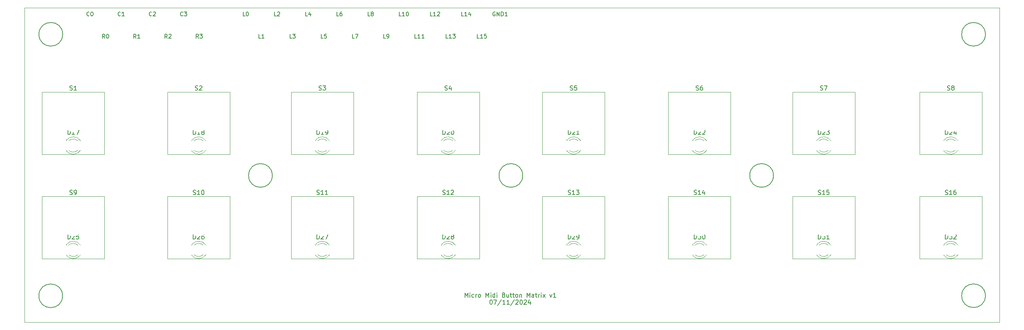
<source format=gto>
%TF.GenerationSoftware,KiCad,Pcbnew,8.0.6*%
%TF.CreationDate,2024-11-10T21:08:49-06:00*%
%TF.ProjectId,micro_midi,6d696372-6f5f-46d6-9964-692e6b696361,rev?*%
%TF.SameCoordinates,Original*%
%TF.FileFunction,Legend,Top*%
%TF.FilePolarity,Positive*%
%FSLAX46Y46*%
G04 Gerber Fmt 4.6, Leading zero omitted, Abs format (unit mm)*
G04 Created by KiCad (PCBNEW 8.0.6) date 2024-11-10 21:08:49*
%MOMM*%
%LPD*%
G01*
G04 APERTURE LIST*
%ADD10C,0.150000*%
%ADD11C,0.152400*%
%ADD12C,0.120000*%
%ADD13C,1.750000*%
%ADD14C,4.000000*%
%ADD15C,2.500000*%
%ADD16R,1.800000X1.800000*%
%ADD17C,1.800000*%
%ADD18O,3.101600X3.101600*%
%ADD19R,1.600000X1.600000*%
%ADD20O,1.600000X1.600000*%
%ADD21C,2.700000*%
%TA.AperFunction,Profile*%
%ADD22C,0.050000*%
%TD*%
G04 APERTURE END LIST*
D10*
X136069742Y-131305424D02*
X136069742Y-130305424D01*
X136069742Y-130305424D02*
X136403075Y-131019709D01*
X136403075Y-131019709D02*
X136736408Y-130305424D01*
X136736408Y-130305424D02*
X136736408Y-131305424D01*
X137212599Y-131305424D02*
X137212599Y-130638757D01*
X137212599Y-130305424D02*
X137164980Y-130353043D01*
X137164980Y-130353043D02*
X137212599Y-130400662D01*
X137212599Y-130400662D02*
X137260218Y-130353043D01*
X137260218Y-130353043D02*
X137212599Y-130305424D01*
X137212599Y-130305424D02*
X137212599Y-130400662D01*
X138117360Y-131257805D02*
X138022122Y-131305424D01*
X138022122Y-131305424D02*
X137831646Y-131305424D01*
X137831646Y-131305424D02*
X137736408Y-131257805D01*
X137736408Y-131257805D02*
X137688789Y-131210185D01*
X137688789Y-131210185D02*
X137641170Y-131114947D01*
X137641170Y-131114947D02*
X137641170Y-130829233D01*
X137641170Y-130829233D02*
X137688789Y-130733995D01*
X137688789Y-130733995D02*
X137736408Y-130686376D01*
X137736408Y-130686376D02*
X137831646Y-130638757D01*
X137831646Y-130638757D02*
X138022122Y-130638757D01*
X138022122Y-130638757D02*
X138117360Y-130686376D01*
X138545932Y-131305424D02*
X138545932Y-130638757D01*
X138545932Y-130829233D02*
X138593551Y-130733995D01*
X138593551Y-130733995D02*
X138641170Y-130686376D01*
X138641170Y-130686376D02*
X138736408Y-130638757D01*
X138736408Y-130638757D02*
X138831646Y-130638757D01*
X139307837Y-131305424D02*
X139212599Y-131257805D01*
X139212599Y-131257805D02*
X139164980Y-131210185D01*
X139164980Y-131210185D02*
X139117361Y-131114947D01*
X139117361Y-131114947D02*
X139117361Y-130829233D01*
X139117361Y-130829233D02*
X139164980Y-130733995D01*
X139164980Y-130733995D02*
X139212599Y-130686376D01*
X139212599Y-130686376D02*
X139307837Y-130638757D01*
X139307837Y-130638757D02*
X139450694Y-130638757D01*
X139450694Y-130638757D02*
X139545932Y-130686376D01*
X139545932Y-130686376D02*
X139593551Y-130733995D01*
X139593551Y-130733995D02*
X139641170Y-130829233D01*
X139641170Y-130829233D02*
X139641170Y-131114947D01*
X139641170Y-131114947D02*
X139593551Y-131210185D01*
X139593551Y-131210185D02*
X139545932Y-131257805D01*
X139545932Y-131257805D02*
X139450694Y-131305424D01*
X139450694Y-131305424D02*
X139307837Y-131305424D01*
X140831647Y-131305424D02*
X140831647Y-130305424D01*
X140831647Y-130305424D02*
X141164980Y-131019709D01*
X141164980Y-131019709D02*
X141498313Y-130305424D01*
X141498313Y-130305424D02*
X141498313Y-131305424D01*
X141974504Y-131305424D02*
X141974504Y-130638757D01*
X141974504Y-130305424D02*
X141926885Y-130353043D01*
X141926885Y-130353043D02*
X141974504Y-130400662D01*
X141974504Y-130400662D02*
X142022123Y-130353043D01*
X142022123Y-130353043D02*
X141974504Y-130305424D01*
X141974504Y-130305424D02*
X141974504Y-130400662D01*
X142879265Y-131305424D02*
X142879265Y-130305424D01*
X142879265Y-131257805D02*
X142784027Y-131305424D01*
X142784027Y-131305424D02*
X142593551Y-131305424D01*
X142593551Y-131305424D02*
X142498313Y-131257805D01*
X142498313Y-131257805D02*
X142450694Y-131210185D01*
X142450694Y-131210185D02*
X142403075Y-131114947D01*
X142403075Y-131114947D02*
X142403075Y-130829233D01*
X142403075Y-130829233D02*
X142450694Y-130733995D01*
X142450694Y-130733995D02*
X142498313Y-130686376D01*
X142498313Y-130686376D02*
X142593551Y-130638757D01*
X142593551Y-130638757D02*
X142784027Y-130638757D01*
X142784027Y-130638757D02*
X142879265Y-130686376D01*
X143355456Y-131305424D02*
X143355456Y-130638757D01*
X143355456Y-130305424D02*
X143307837Y-130353043D01*
X143307837Y-130353043D02*
X143355456Y-130400662D01*
X143355456Y-130400662D02*
X143403075Y-130353043D01*
X143403075Y-130353043D02*
X143355456Y-130305424D01*
X143355456Y-130305424D02*
X143355456Y-130400662D01*
X144926884Y-130781614D02*
X145069741Y-130829233D01*
X145069741Y-130829233D02*
X145117360Y-130876852D01*
X145117360Y-130876852D02*
X145164979Y-130972090D01*
X145164979Y-130972090D02*
X145164979Y-131114947D01*
X145164979Y-131114947D02*
X145117360Y-131210185D01*
X145117360Y-131210185D02*
X145069741Y-131257805D01*
X145069741Y-131257805D02*
X144974503Y-131305424D01*
X144974503Y-131305424D02*
X144593551Y-131305424D01*
X144593551Y-131305424D02*
X144593551Y-130305424D01*
X144593551Y-130305424D02*
X144926884Y-130305424D01*
X144926884Y-130305424D02*
X145022122Y-130353043D01*
X145022122Y-130353043D02*
X145069741Y-130400662D01*
X145069741Y-130400662D02*
X145117360Y-130495900D01*
X145117360Y-130495900D02*
X145117360Y-130591138D01*
X145117360Y-130591138D02*
X145069741Y-130686376D01*
X145069741Y-130686376D02*
X145022122Y-130733995D01*
X145022122Y-130733995D02*
X144926884Y-130781614D01*
X144926884Y-130781614D02*
X144593551Y-130781614D01*
X146022122Y-130638757D02*
X146022122Y-131305424D01*
X145593551Y-130638757D02*
X145593551Y-131162566D01*
X145593551Y-131162566D02*
X145641170Y-131257805D01*
X145641170Y-131257805D02*
X145736408Y-131305424D01*
X145736408Y-131305424D02*
X145879265Y-131305424D01*
X145879265Y-131305424D02*
X145974503Y-131257805D01*
X145974503Y-131257805D02*
X146022122Y-131210185D01*
X146355456Y-130638757D02*
X146736408Y-130638757D01*
X146498313Y-130305424D02*
X146498313Y-131162566D01*
X146498313Y-131162566D02*
X146545932Y-131257805D01*
X146545932Y-131257805D02*
X146641170Y-131305424D01*
X146641170Y-131305424D02*
X146736408Y-131305424D01*
X146926885Y-130638757D02*
X147307837Y-130638757D01*
X147069742Y-130305424D02*
X147069742Y-131162566D01*
X147069742Y-131162566D02*
X147117361Y-131257805D01*
X147117361Y-131257805D02*
X147212599Y-131305424D01*
X147212599Y-131305424D02*
X147307837Y-131305424D01*
X147784028Y-131305424D02*
X147688790Y-131257805D01*
X147688790Y-131257805D02*
X147641171Y-131210185D01*
X147641171Y-131210185D02*
X147593552Y-131114947D01*
X147593552Y-131114947D02*
X147593552Y-130829233D01*
X147593552Y-130829233D02*
X147641171Y-130733995D01*
X147641171Y-130733995D02*
X147688790Y-130686376D01*
X147688790Y-130686376D02*
X147784028Y-130638757D01*
X147784028Y-130638757D02*
X147926885Y-130638757D01*
X147926885Y-130638757D02*
X148022123Y-130686376D01*
X148022123Y-130686376D02*
X148069742Y-130733995D01*
X148069742Y-130733995D02*
X148117361Y-130829233D01*
X148117361Y-130829233D02*
X148117361Y-131114947D01*
X148117361Y-131114947D02*
X148069742Y-131210185D01*
X148069742Y-131210185D02*
X148022123Y-131257805D01*
X148022123Y-131257805D02*
X147926885Y-131305424D01*
X147926885Y-131305424D02*
X147784028Y-131305424D01*
X148545933Y-130638757D02*
X148545933Y-131305424D01*
X148545933Y-130733995D02*
X148593552Y-130686376D01*
X148593552Y-130686376D02*
X148688790Y-130638757D01*
X148688790Y-130638757D02*
X148831647Y-130638757D01*
X148831647Y-130638757D02*
X148926885Y-130686376D01*
X148926885Y-130686376D02*
X148974504Y-130781614D01*
X148974504Y-130781614D02*
X148974504Y-131305424D01*
X150212600Y-131305424D02*
X150212600Y-130305424D01*
X150212600Y-130305424D02*
X150545933Y-131019709D01*
X150545933Y-131019709D02*
X150879266Y-130305424D01*
X150879266Y-130305424D02*
X150879266Y-131305424D01*
X151784028Y-131305424D02*
X151784028Y-130781614D01*
X151784028Y-130781614D02*
X151736409Y-130686376D01*
X151736409Y-130686376D02*
X151641171Y-130638757D01*
X151641171Y-130638757D02*
X151450695Y-130638757D01*
X151450695Y-130638757D02*
X151355457Y-130686376D01*
X151784028Y-131257805D02*
X151688790Y-131305424D01*
X151688790Y-131305424D02*
X151450695Y-131305424D01*
X151450695Y-131305424D02*
X151355457Y-131257805D01*
X151355457Y-131257805D02*
X151307838Y-131162566D01*
X151307838Y-131162566D02*
X151307838Y-131067328D01*
X151307838Y-131067328D02*
X151355457Y-130972090D01*
X151355457Y-130972090D02*
X151450695Y-130924471D01*
X151450695Y-130924471D02*
X151688790Y-130924471D01*
X151688790Y-130924471D02*
X151784028Y-130876852D01*
X152117362Y-130638757D02*
X152498314Y-130638757D01*
X152260219Y-130305424D02*
X152260219Y-131162566D01*
X152260219Y-131162566D02*
X152307838Y-131257805D01*
X152307838Y-131257805D02*
X152403076Y-131305424D01*
X152403076Y-131305424D02*
X152498314Y-131305424D01*
X152831648Y-131305424D02*
X152831648Y-130638757D01*
X152831648Y-130829233D02*
X152879267Y-130733995D01*
X152879267Y-130733995D02*
X152926886Y-130686376D01*
X152926886Y-130686376D02*
X153022124Y-130638757D01*
X153022124Y-130638757D02*
X153117362Y-130638757D01*
X153450696Y-131305424D02*
X153450696Y-130638757D01*
X153450696Y-130305424D02*
X153403077Y-130353043D01*
X153403077Y-130353043D02*
X153450696Y-130400662D01*
X153450696Y-130400662D02*
X153498315Y-130353043D01*
X153498315Y-130353043D02*
X153450696Y-130305424D01*
X153450696Y-130305424D02*
X153450696Y-130400662D01*
X153831648Y-131305424D02*
X154355457Y-130638757D01*
X153831648Y-130638757D02*
X154355457Y-131305424D01*
X155403077Y-130638757D02*
X155641172Y-131305424D01*
X155641172Y-131305424D02*
X155879267Y-130638757D01*
X156784029Y-131305424D02*
X156212601Y-131305424D01*
X156498315Y-131305424D02*
X156498315Y-130305424D01*
X156498315Y-130305424D02*
X156403077Y-130448281D01*
X156403077Y-130448281D02*
X156307839Y-130543519D01*
X156307839Y-130543519D02*
X156212601Y-130591138D01*
X141974504Y-131915368D02*
X142069742Y-131915368D01*
X142069742Y-131915368D02*
X142164980Y-131962987D01*
X142164980Y-131962987D02*
X142212599Y-132010606D01*
X142212599Y-132010606D02*
X142260218Y-132105844D01*
X142260218Y-132105844D02*
X142307837Y-132296320D01*
X142307837Y-132296320D02*
X142307837Y-132534415D01*
X142307837Y-132534415D02*
X142260218Y-132724891D01*
X142260218Y-132724891D02*
X142212599Y-132820129D01*
X142212599Y-132820129D02*
X142164980Y-132867749D01*
X142164980Y-132867749D02*
X142069742Y-132915368D01*
X142069742Y-132915368D02*
X141974504Y-132915368D01*
X141974504Y-132915368D02*
X141879266Y-132867749D01*
X141879266Y-132867749D02*
X141831647Y-132820129D01*
X141831647Y-132820129D02*
X141784028Y-132724891D01*
X141784028Y-132724891D02*
X141736409Y-132534415D01*
X141736409Y-132534415D02*
X141736409Y-132296320D01*
X141736409Y-132296320D02*
X141784028Y-132105844D01*
X141784028Y-132105844D02*
X141831647Y-132010606D01*
X141831647Y-132010606D02*
X141879266Y-131962987D01*
X141879266Y-131962987D02*
X141974504Y-131915368D01*
X142641171Y-131915368D02*
X143307837Y-131915368D01*
X143307837Y-131915368D02*
X142879266Y-132915368D01*
X144403075Y-131867749D02*
X143545933Y-133153463D01*
X145260218Y-132915368D02*
X144688790Y-132915368D01*
X144974504Y-132915368D02*
X144974504Y-131915368D01*
X144974504Y-131915368D02*
X144879266Y-132058225D01*
X144879266Y-132058225D02*
X144784028Y-132153463D01*
X144784028Y-132153463D02*
X144688790Y-132201082D01*
X146212599Y-132915368D02*
X145641171Y-132915368D01*
X145926885Y-132915368D02*
X145926885Y-131915368D01*
X145926885Y-131915368D02*
X145831647Y-132058225D01*
X145831647Y-132058225D02*
X145736409Y-132153463D01*
X145736409Y-132153463D02*
X145641171Y-132201082D01*
X147355456Y-131867749D02*
X146498314Y-133153463D01*
X147641171Y-132010606D02*
X147688790Y-131962987D01*
X147688790Y-131962987D02*
X147784028Y-131915368D01*
X147784028Y-131915368D02*
X148022123Y-131915368D01*
X148022123Y-131915368D02*
X148117361Y-131962987D01*
X148117361Y-131962987D02*
X148164980Y-132010606D01*
X148164980Y-132010606D02*
X148212599Y-132105844D01*
X148212599Y-132105844D02*
X148212599Y-132201082D01*
X148212599Y-132201082D02*
X148164980Y-132343939D01*
X148164980Y-132343939D02*
X147593552Y-132915368D01*
X147593552Y-132915368D02*
X148212599Y-132915368D01*
X148831647Y-131915368D02*
X148926885Y-131915368D01*
X148926885Y-131915368D02*
X149022123Y-131962987D01*
X149022123Y-131962987D02*
X149069742Y-132010606D01*
X149069742Y-132010606D02*
X149117361Y-132105844D01*
X149117361Y-132105844D02*
X149164980Y-132296320D01*
X149164980Y-132296320D02*
X149164980Y-132534415D01*
X149164980Y-132534415D02*
X149117361Y-132724891D01*
X149117361Y-132724891D02*
X149069742Y-132820129D01*
X149069742Y-132820129D02*
X149022123Y-132867749D01*
X149022123Y-132867749D02*
X148926885Y-132915368D01*
X148926885Y-132915368D02*
X148831647Y-132915368D01*
X148831647Y-132915368D02*
X148736409Y-132867749D01*
X148736409Y-132867749D02*
X148688790Y-132820129D01*
X148688790Y-132820129D02*
X148641171Y-132724891D01*
X148641171Y-132724891D02*
X148593552Y-132534415D01*
X148593552Y-132534415D02*
X148593552Y-132296320D01*
X148593552Y-132296320D02*
X148641171Y-132105844D01*
X148641171Y-132105844D02*
X148688790Y-132010606D01*
X148688790Y-132010606D02*
X148736409Y-131962987D01*
X148736409Y-131962987D02*
X148831647Y-131915368D01*
X149545933Y-132010606D02*
X149593552Y-131962987D01*
X149593552Y-131962987D02*
X149688790Y-131915368D01*
X149688790Y-131915368D02*
X149926885Y-131915368D01*
X149926885Y-131915368D02*
X150022123Y-131962987D01*
X150022123Y-131962987D02*
X150069742Y-132010606D01*
X150069742Y-132010606D02*
X150117361Y-132105844D01*
X150117361Y-132105844D02*
X150117361Y-132201082D01*
X150117361Y-132201082D02*
X150069742Y-132343939D01*
X150069742Y-132343939D02*
X149498314Y-132915368D01*
X149498314Y-132915368D02*
X150117361Y-132915368D01*
X150974504Y-132248701D02*
X150974504Y-132915368D01*
X150736409Y-131867749D02*
X150498314Y-132582034D01*
X150498314Y-132582034D02*
X151117361Y-132582034D01*
X245564981Y-107848749D02*
X245707838Y-107896368D01*
X245707838Y-107896368D02*
X245945933Y-107896368D01*
X245945933Y-107896368D02*
X246041171Y-107848749D01*
X246041171Y-107848749D02*
X246088790Y-107801129D01*
X246088790Y-107801129D02*
X246136409Y-107705891D01*
X246136409Y-107705891D02*
X246136409Y-107610653D01*
X246136409Y-107610653D02*
X246088790Y-107515415D01*
X246088790Y-107515415D02*
X246041171Y-107467796D01*
X246041171Y-107467796D02*
X245945933Y-107420177D01*
X245945933Y-107420177D02*
X245755457Y-107372558D01*
X245755457Y-107372558D02*
X245660219Y-107324939D01*
X245660219Y-107324939D02*
X245612600Y-107277320D01*
X245612600Y-107277320D02*
X245564981Y-107182082D01*
X245564981Y-107182082D02*
X245564981Y-107086844D01*
X245564981Y-107086844D02*
X245612600Y-106991606D01*
X245612600Y-106991606D02*
X245660219Y-106943987D01*
X245660219Y-106943987D02*
X245755457Y-106896368D01*
X245755457Y-106896368D02*
X245993552Y-106896368D01*
X245993552Y-106896368D02*
X246136409Y-106943987D01*
X247088790Y-107896368D02*
X246517362Y-107896368D01*
X246803076Y-107896368D02*
X246803076Y-106896368D01*
X246803076Y-106896368D02*
X246707838Y-107039225D01*
X246707838Y-107039225D02*
X246612600Y-107134463D01*
X246612600Y-107134463D02*
X246517362Y-107182082D01*
X247945933Y-106896368D02*
X247755457Y-106896368D01*
X247755457Y-106896368D02*
X247660219Y-106943987D01*
X247660219Y-106943987D02*
X247612600Y-106991606D01*
X247612600Y-106991606D02*
X247517362Y-107134463D01*
X247517362Y-107134463D02*
X247469743Y-107324939D01*
X247469743Y-107324939D02*
X247469743Y-107705891D01*
X247469743Y-107705891D02*
X247517362Y-107801129D01*
X247517362Y-107801129D02*
X247564981Y-107848749D01*
X247564981Y-107848749D02*
X247660219Y-107896368D01*
X247660219Y-107896368D02*
X247850695Y-107896368D01*
X247850695Y-107896368D02*
X247945933Y-107848749D01*
X247945933Y-107848749D02*
X247993552Y-107801129D01*
X247993552Y-107801129D02*
X248041171Y-107705891D01*
X248041171Y-107705891D02*
X248041171Y-107467796D01*
X248041171Y-107467796D02*
X247993552Y-107372558D01*
X247993552Y-107372558D02*
X247945933Y-107324939D01*
X247945933Y-107324939D02*
X247850695Y-107277320D01*
X247850695Y-107277320D02*
X247660219Y-107277320D01*
X247660219Y-107277320D02*
X247564981Y-107324939D01*
X247564981Y-107324939D02*
X247517362Y-107372558D01*
X247517362Y-107372558D02*
X247469743Y-107467796D01*
X74138790Y-94203868D02*
X74138790Y-93203868D01*
X74138790Y-93203868D02*
X74376885Y-93203868D01*
X74376885Y-93203868D02*
X74519742Y-93251487D01*
X74519742Y-93251487D02*
X74614980Y-93346725D01*
X74614980Y-93346725D02*
X74662599Y-93441963D01*
X74662599Y-93441963D02*
X74710218Y-93632439D01*
X74710218Y-93632439D02*
X74710218Y-93775296D01*
X74710218Y-93775296D02*
X74662599Y-93965772D01*
X74662599Y-93965772D02*
X74614980Y-94061010D01*
X74614980Y-94061010D02*
X74519742Y-94156249D01*
X74519742Y-94156249D02*
X74376885Y-94203868D01*
X74376885Y-94203868D02*
X74138790Y-94203868D01*
X75662599Y-94203868D02*
X75091171Y-94203868D01*
X75376885Y-94203868D02*
X75376885Y-93203868D01*
X75376885Y-93203868D02*
X75281647Y-93346725D01*
X75281647Y-93346725D02*
X75186409Y-93441963D01*
X75186409Y-93441963D02*
X75091171Y-93489582D01*
X76234028Y-93632439D02*
X76138790Y-93584820D01*
X76138790Y-93584820D02*
X76091171Y-93537201D01*
X76091171Y-93537201D02*
X76043552Y-93441963D01*
X76043552Y-93441963D02*
X76043552Y-93394344D01*
X76043552Y-93394344D02*
X76091171Y-93299106D01*
X76091171Y-93299106D02*
X76138790Y-93251487D01*
X76138790Y-93251487D02*
X76234028Y-93203868D01*
X76234028Y-93203868D02*
X76424504Y-93203868D01*
X76424504Y-93203868D02*
X76519742Y-93251487D01*
X76519742Y-93251487D02*
X76567361Y-93299106D01*
X76567361Y-93299106D02*
X76614980Y-93394344D01*
X76614980Y-93394344D02*
X76614980Y-93441963D01*
X76614980Y-93441963D02*
X76567361Y-93537201D01*
X76567361Y-93537201D02*
X76519742Y-93584820D01*
X76519742Y-93584820D02*
X76424504Y-93632439D01*
X76424504Y-93632439D02*
X76234028Y-93632439D01*
X76234028Y-93632439D02*
X76138790Y-93680058D01*
X76138790Y-93680058D02*
X76091171Y-93727677D01*
X76091171Y-93727677D02*
X76043552Y-93822915D01*
X76043552Y-93822915D02*
X76043552Y-94013391D01*
X76043552Y-94013391D02*
X76091171Y-94108629D01*
X76091171Y-94108629D02*
X76138790Y-94156249D01*
X76138790Y-94156249D02*
X76234028Y-94203868D01*
X76234028Y-94203868D02*
X76424504Y-94203868D01*
X76424504Y-94203868D02*
X76519742Y-94156249D01*
X76519742Y-94156249D02*
X76567361Y-94108629D01*
X76567361Y-94108629D02*
X76614980Y-94013391D01*
X76614980Y-94013391D02*
X76614980Y-93822915D01*
X76614980Y-93822915D02*
X76567361Y-93727677D01*
X76567361Y-93727677D02*
X76519742Y-93680058D01*
X76519742Y-93680058D02*
X76424504Y-93632439D01*
D11*
X57538567Y-67066581D02*
X57495024Y-67110124D01*
X57495024Y-67110124D02*
X57364396Y-67153666D01*
X57364396Y-67153666D02*
X57277310Y-67153666D01*
X57277310Y-67153666D02*
X57146681Y-67110124D01*
X57146681Y-67110124D02*
X57059596Y-67023038D01*
X57059596Y-67023038D02*
X57016053Y-66935952D01*
X57016053Y-66935952D02*
X56972510Y-66761781D01*
X56972510Y-66761781D02*
X56972510Y-66631152D01*
X56972510Y-66631152D02*
X57016053Y-66456981D01*
X57016053Y-66456981D02*
X57059596Y-66369895D01*
X57059596Y-66369895D02*
X57146681Y-66282809D01*
X57146681Y-66282809D02*
X57277310Y-66239266D01*
X57277310Y-66239266D02*
X57364396Y-66239266D01*
X57364396Y-66239266D02*
X57495024Y-66282809D01*
X57495024Y-66282809D02*
X57538567Y-66326352D01*
X58409424Y-67153666D02*
X57886910Y-67153666D01*
X58148167Y-67153666D02*
X58148167Y-66239266D01*
X58148167Y-66239266D02*
X58061081Y-66369895D01*
X58061081Y-66369895D02*
X57973996Y-66456981D01*
X57973996Y-66456981D02*
X57886910Y-66500524D01*
D10*
X245588790Y-94203868D02*
X245588790Y-93203868D01*
X245588790Y-93203868D02*
X245826885Y-93203868D01*
X245826885Y-93203868D02*
X245969742Y-93251487D01*
X245969742Y-93251487D02*
X246064980Y-93346725D01*
X246064980Y-93346725D02*
X246112599Y-93441963D01*
X246112599Y-93441963D02*
X246160218Y-93632439D01*
X246160218Y-93632439D02*
X246160218Y-93775296D01*
X246160218Y-93775296D02*
X246112599Y-93965772D01*
X246112599Y-93965772D02*
X246064980Y-94061010D01*
X246064980Y-94061010D02*
X245969742Y-94156249D01*
X245969742Y-94156249D02*
X245826885Y-94203868D01*
X245826885Y-94203868D02*
X245588790Y-94203868D01*
X246541171Y-93299106D02*
X246588790Y-93251487D01*
X246588790Y-93251487D02*
X246684028Y-93203868D01*
X246684028Y-93203868D02*
X246922123Y-93203868D01*
X246922123Y-93203868D02*
X247017361Y-93251487D01*
X247017361Y-93251487D02*
X247064980Y-93299106D01*
X247064980Y-93299106D02*
X247112599Y-93394344D01*
X247112599Y-93394344D02*
X247112599Y-93489582D01*
X247112599Y-93489582D02*
X247064980Y-93632439D01*
X247064980Y-93632439D02*
X246493552Y-94203868D01*
X246493552Y-94203868D02*
X247112599Y-94203868D01*
X247969742Y-93537201D02*
X247969742Y-94203868D01*
X247731647Y-93156249D02*
X247493552Y-93870534D01*
X247493552Y-93870534D02*
X248112599Y-93870534D01*
X188308790Y-94203868D02*
X188308790Y-93203868D01*
X188308790Y-93203868D02*
X188546885Y-93203868D01*
X188546885Y-93203868D02*
X188689742Y-93251487D01*
X188689742Y-93251487D02*
X188784980Y-93346725D01*
X188784980Y-93346725D02*
X188832599Y-93441963D01*
X188832599Y-93441963D02*
X188880218Y-93632439D01*
X188880218Y-93632439D02*
X188880218Y-93775296D01*
X188880218Y-93775296D02*
X188832599Y-93965772D01*
X188832599Y-93965772D02*
X188784980Y-94061010D01*
X188784980Y-94061010D02*
X188689742Y-94156249D01*
X188689742Y-94156249D02*
X188546885Y-94203868D01*
X188546885Y-94203868D02*
X188308790Y-94203868D01*
X189261171Y-93299106D02*
X189308790Y-93251487D01*
X189308790Y-93251487D02*
X189404028Y-93203868D01*
X189404028Y-93203868D02*
X189642123Y-93203868D01*
X189642123Y-93203868D02*
X189737361Y-93251487D01*
X189737361Y-93251487D02*
X189784980Y-93299106D01*
X189784980Y-93299106D02*
X189832599Y-93394344D01*
X189832599Y-93394344D02*
X189832599Y-93489582D01*
X189832599Y-93489582D02*
X189784980Y-93632439D01*
X189784980Y-93632439D02*
X189213552Y-94203868D01*
X189213552Y-94203868D02*
X189832599Y-94203868D01*
X190213552Y-93299106D02*
X190261171Y-93251487D01*
X190261171Y-93251487D02*
X190356409Y-93203868D01*
X190356409Y-93203868D02*
X190594504Y-93203868D01*
X190594504Y-93203868D02*
X190689742Y-93251487D01*
X190689742Y-93251487D02*
X190737361Y-93299106D01*
X190737361Y-93299106D02*
X190784980Y-93394344D01*
X190784980Y-93394344D02*
X190784980Y-93489582D01*
X190784980Y-93489582D02*
X190737361Y-93632439D01*
X190737361Y-93632439D02*
X190165933Y-94203868D01*
X190165933Y-94203868D02*
X190784980Y-94203868D01*
X188308790Y-118016368D02*
X188308790Y-117016368D01*
X188308790Y-117016368D02*
X188546885Y-117016368D01*
X188546885Y-117016368D02*
X188689742Y-117063987D01*
X188689742Y-117063987D02*
X188784980Y-117159225D01*
X188784980Y-117159225D02*
X188832599Y-117254463D01*
X188832599Y-117254463D02*
X188880218Y-117444939D01*
X188880218Y-117444939D02*
X188880218Y-117587796D01*
X188880218Y-117587796D02*
X188832599Y-117778272D01*
X188832599Y-117778272D02*
X188784980Y-117873510D01*
X188784980Y-117873510D02*
X188689742Y-117968749D01*
X188689742Y-117968749D02*
X188546885Y-118016368D01*
X188546885Y-118016368D02*
X188308790Y-118016368D01*
X189213552Y-117016368D02*
X189832599Y-117016368D01*
X189832599Y-117016368D02*
X189499266Y-117397320D01*
X189499266Y-117397320D02*
X189642123Y-117397320D01*
X189642123Y-117397320D02*
X189737361Y-117444939D01*
X189737361Y-117444939D02*
X189784980Y-117492558D01*
X189784980Y-117492558D02*
X189832599Y-117587796D01*
X189832599Y-117587796D02*
X189832599Y-117825891D01*
X189832599Y-117825891D02*
X189784980Y-117921129D01*
X189784980Y-117921129D02*
X189737361Y-117968749D01*
X189737361Y-117968749D02*
X189642123Y-118016368D01*
X189642123Y-118016368D02*
X189356409Y-118016368D01*
X189356409Y-118016368D02*
X189261171Y-117968749D01*
X189261171Y-117968749D02*
X189213552Y-117921129D01*
X190451647Y-117016368D02*
X190546885Y-117016368D01*
X190546885Y-117016368D02*
X190642123Y-117063987D01*
X190642123Y-117063987D02*
X190689742Y-117111606D01*
X190689742Y-117111606D02*
X190737361Y-117206844D01*
X190737361Y-117206844D02*
X190784980Y-117397320D01*
X190784980Y-117397320D02*
X190784980Y-117635415D01*
X190784980Y-117635415D02*
X190737361Y-117825891D01*
X190737361Y-117825891D02*
X190689742Y-117921129D01*
X190689742Y-117921129D02*
X190642123Y-117968749D01*
X190642123Y-117968749D02*
X190546885Y-118016368D01*
X190546885Y-118016368D02*
X190451647Y-118016368D01*
X190451647Y-118016368D02*
X190356409Y-117968749D01*
X190356409Y-117968749D02*
X190308790Y-117921129D01*
X190308790Y-117921129D02*
X190261171Y-117825891D01*
X190261171Y-117825891D02*
X190213552Y-117635415D01*
X190213552Y-117635415D02*
X190213552Y-117397320D01*
X190213552Y-117397320D02*
X190261171Y-117206844D01*
X190261171Y-117206844D02*
X190308790Y-117111606D01*
X190308790Y-117111606D02*
X190356409Y-117063987D01*
X190356409Y-117063987D02*
X190451647Y-117016368D01*
D11*
X128651481Y-67153666D02*
X128216053Y-67153666D01*
X128216053Y-67153666D02*
X128216053Y-66239266D01*
X129435253Y-67153666D02*
X128912739Y-67153666D01*
X129173996Y-67153666D02*
X129173996Y-66239266D01*
X129173996Y-66239266D02*
X129086910Y-66369895D01*
X129086910Y-66369895D02*
X128999825Y-66456981D01*
X128999825Y-66456981D02*
X128912739Y-66500524D01*
X129783596Y-66326352D02*
X129827139Y-66282809D01*
X129827139Y-66282809D02*
X129914225Y-66239266D01*
X129914225Y-66239266D02*
X130131939Y-66239266D01*
X130131939Y-66239266D02*
X130219025Y-66282809D01*
X130219025Y-66282809D02*
X130262567Y-66326352D01*
X130262567Y-66326352D02*
X130306110Y-66413438D01*
X130306110Y-66413438D02*
X130306110Y-66500524D01*
X130306110Y-66500524D02*
X130262567Y-66631152D01*
X130262567Y-66631152D02*
X129740053Y-67153666D01*
X129740053Y-67153666D02*
X130306110Y-67153666D01*
X64658567Y-67066581D02*
X64615024Y-67110124D01*
X64615024Y-67110124D02*
X64484396Y-67153666D01*
X64484396Y-67153666D02*
X64397310Y-67153666D01*
X64397310Y-67153666D02*
X64266681Y-67110124D01*
X64266681Y-67110124D02*
X64179596Y-67023038D01*
X64179596Y-67023038D02*
X64136053Y-66935952D01*
X64136053Y-66935952D02*
X64092510Y-66761781D01*
X64092510Y-66761781D02*
X64092510Y-66631152D01*
X64092510Y-66631152D02*
X64136053Y-66456981D01*
X64136053Y-66456981D02*
X64179596Y-66369895D01*
X64179596Y-66369895D02*
X64266681Y-66282809D01*
X64266681Y-66282809D02*
X64397310Y-66239266D01*
X64397310Y-66239266D02*
X64484396Y-66239266D01*
X64484396Y-66239266D02*
X64615024Y-66282809D01*
X64615024Y-66282809D02*
X64658567Y-66326352D01*
X65006910Y-66326352D02*
X65050453Y-66282809D01*
X65050453Y-66282809D02*
X65137539Y-66239266D01*
X65137539Y-66239266D02*
X65355253Y-66239266D01*
X65355253Y-66239266D02*
X65442339Y-66282809D01*
X65442339Y-66282809D02*
X65485881Y-66326352D01*
X65485881Y-66326352D02*
X65529424Y-66413438D01*
X65529424Y-66413438D02*
X65529424Y-66500524D01*
X65529424Y-66500524D02*
X65485881Y-66631152D01*
X65485881Y-66631152D02*
X64963367Y-67153666D01*
X64963367Y-67153666D02*
X65529424Y-67153666D01*
D10*
X102328790Y-94203868D02*
X102328790Y-93203868D01*
X102328790Y-93203868D02*
X102566885Y-93203868D01*
X102566885Y-93203868D02*
X102709742Y-93251487D01*
X102709742Y-93251487D02*
X102804980Y-93346725D01*
X102804980Y-93346725D02*
X102852599Y-93441963D01*
X102852599Y-93441963D02*
X102900218Y-93632439D01*
X102900218Y-93632439D02*
X102900218Y-93775296D01*
X102900218Y-93775296D02*
X102852599Y-93965772D01*
X102852599Y-93965772D02*
X102804980Y-94061010D01*
X102804980Y-94061010D02*
X102709742Y-94156249D01*
X102709742Y-94156249D02*
X102566885Y-94203868D01*
X102566885Y-94203868D02*
X102328790Y-94203868D01*
X103852599Y-94203868D02*
X103281171Y-94203868D01*
X103566885Y-94203868D02*
X103566885Y-93203868D01*
X103566885Y-93203868D02*
X103471647Y-93346725D01*
X103471647Y-93346725D02*
X103376409Y-93441963D01*
X103376409Y-93441963D02*
X103281171Y-93489582D01*
X104328790Y-94203868D02*
X104519266Y-94203868D01*
X104519266Y-94203868D02*
X104614504Y-94156249D01*
X104614504Y-94156249D02*
X104662123Y-94108629D01*
X104662123Y-94108629D02*
X104757361Y-93965772D01*
X104757361Y-93965772D02*
X104804980Y-93775296D01*
X104804980Y-93775296D02*
X104804980Y-93394344D01*
X104804980Y-93394344D02*
X104757361Y-93299106D01*
X104757361Y-93299106D02*
X104709742Y-93251487D01*
X104709742Y-93251487D02*
X104614504Y-93203868D01*
X104614504Y-93203868D02*
X104424028Y-93203868D01*
X104424028Y-93203868D02*
X104328790Y-93251487D01*
X104328790Y-93251487D02*
X104281171Y-93299106D01*
X104281171Y-93299106D02*
X104233552Y-93394344D01*
X104233552Y-93394344D02*
X104233552Y-93632439D01*
X104233552Y-93632439D02*
X104281171Y-93727677D01*
X104281171Y-93727677D02*
X104328790Y-93775296D01*
X104328790Y-93775296D02*
X104424028Y-93822915D01*
X104424028Y-93822915D02*
X104614504Y-93822915D01*
X104614504Y-93822915D02*
X104709742Y-93775296D01*
X104709742Y-93775296D02*
X104757361Y-93727677D01*
X104757361Y-93727677D02*
X104804980Y-93632439D01*
D11*
X93051481Y-67153666D02*
X92616053Y-67153666D01*
X92616053Y-67153666D02*
X92616053Y-66239266D01*
X93312739Y-66326352D02*
X93356282Y-66282809D01*
X93356282Y-66282809D02*
X93443368Y-66239266D01*
X93443368Y-66239266D02*
X93661082Y-66239266D01*
X93661082Y-66239266D02*
X93748168Y-66282809D01*
X93748168Y-66282809D02*
X93791710Y-66326352D01*
X93791710Y-66326352D02*
X93835253Y-66413438D01*
X93835253Y-66413438D02*
X93835253Y-66500524D01*
X93835253Y-66500524D02*
X93791710Y-66631152D01*
X93791710Y-66631152D02*
X93269196Y-67153666D01*
X93269196Y-67153666D02*
X93835253Y-67153666D01*
X53978567Y-72233666D02*
X53673767Y-71798238D01*
X53456053Y-72233666D02*
X53456053Y-71319266D01*
X53456053Y-71319266D02*
X53804396Y-71319266D01*
X53804396Y-71319266D02*
X53891481Y-71362809D01*
X53891481Y-71362809D02*
X53935024Y-71406352D01*
X53935024Y-71406352D02*
X53978567Y-71493438D01*
X53978567Y-71493438D02*
X53978567Y-71624066D01*
X53978567Y-71624066D02*
X53935024Y-71711152D01*
X53935024Y-71711152D02*
X53891481Y-71754695D01*
X53891481Y-71754695D02*
X53804396Y-71798238D01*
X53804396Y-71798238D02*
X53456053Y-71798238D01*
X54544624Y-71319266D02*
X54631710Y-71319266D01*
X54631710Y-71319266D02*
X54718796Y-71362809D01*
X54718796Y-71362809D02*
X54762339Y-71406352D01*
X54762339Y-71406352D02*
X54805881Y-71493438D01*
X54805881Y-71493438D02*
X54849424Y-71667609D01*
X54849424Y-71667609D02*
X54849424Y-71885324D01*
X54849424Y-71885324D02*
X54805881Y-72059495D01*
X54805881Y-72059495D02*
X54762339Y-72146581D01*
X54762339Y-72146581D02*
X54718796Y-72190124D01*
X54718796Y-72190124D02*
X54631710Y-72233666D01*
X54631710Y-72233666D02*
X54544624Y-72233666D01*
X54544624Y-72233666D02*
X54457539Y-72190124D01*
X54457539Y-72190124D02*
X54413996Y-72146581D01*
X54413996Y-72146581D02*
X54370453Y-72059495D01*
X54370453Y-72059495D02*
X54326910Y-71885324D01*
X54326910Y-71885324D02*
X54326910Y-71667609D01*
X54326910Y-71667609D02*
X54370453Y-71493438D01*
X54370453Y-71493438D02*
X54413996Y-71406352D01*
X54413996Y-71406352D02*
X54457539Y-71362809D01*
X54457539Y-71362809D02*
X54544624Y-71319266D01*
D10*
X131004981Y-107848749D02*
X131147838Y-107896368D01*
X131147838Y-107896368D02*
X131385933Y-107896368D01*
X131385933Y-107896368D02*
X131481171Y-107848749D01*
X131481171Y-107848749D02*
X131528790Y-107801129D01*
X131528790Y-107801129D02*
X131576409Y-107705891D01*
X131576409Y-107705891D02*
X131576409Y-107610653D01*
X131576409Y-107610653D02*
X131528790Y-107515415D01*
X131528790Y-107515415D02*
X131481171Y-107467796D01*
X131481171Y-107467796D02*
X131385933Y-107420177D01*
X131385933Y-107420177D02*
X131195457Y-107372558D01*
X131195457Y-107372558D02*
X131100219Y-107324939D01*
X131100219Y-107324939D02*
X131052600Y-107277320D01*
X131052600Y-107277320D02*
X131004981Y-107182082D01*
X131004981Y-107182082D02*
X131004981Y-107086844D01*
X131004981Y-107086844D02*
X131052600Y-106991606D01*
X131052600Y-106991606D02*
X131100219Y-106943987D01*
X131100219Y-106943987D02*
X131195457Y-106896368D01*
X131195457Y-106896368D02*
X131433552Y-106896368D01*
X131433552Y-106896368D02*
X131576409Y-106943987D01*
X132528790Y-107896368D02*
X131957362Y-107896368D01*
X132243076Y-107896368D02*
X132243076Y-106896368D01*
X132243076Y-106896368D02*
X132147838Y-107039225D01*
X132147838Y-107039225D02*
X132052600Y-107134463D01*
X132052600Y-107134463D02*
X131957362Y-107182082D01*
X132909743Y-106991606D02*
X132957362Y-106943987D01*
X132957362Y-106943987D02*
X133052600Y-106896368D01*
X133052600Y-106896368D02*
X133290695Y-106896368D01*
X133290695Y-106896368D02*
X133385933Y-106943987D01*
X133385933Y-106943987D02*
X133433552Y-106991606D01*
X133433552Y-106991606D02*
X133481171Y-107086844D01*
X133481171Y-107086844D02*
X133481171Y-107182082D01*
X133481171Y-107182082D02*
X133433552Y-107324939D01*
X133433552Y-107324939D02*
X132862124Y-107896368D01*
X132862124Y-107896368D02*
X133481171Y-107896368D01*
D11*
X125091481Y-72233666D02*
X124656053Y-72233666D01*
X124656053Y-72233666D02*
X124656053Y-71319266D01*
X125875253Y-72233666D02*
X125352739Y-72233666D01*
X125613996Y-72233666D02*
X125613996Y-71319266D01*
X125613996Y-71319266D02*
X125526910Y-71449895D01*
X125526910Y-71449895D02*
X125439825Y-71536981D01*
X125439825Y-71536981D02*
X125352739Y-71580524D01*
X126746110Y-72233666D02*
X126223596Y-72233666D01*
X126484853Y-72233666D02*
X126484853Y-71319266D01*
X126484853Y-71319266D02*
X126397767Y-71449895D01*
X126397767Y-71449895D02*
X126310682Y-71536981D01*
X126310682Y-71536981D02*
X126223596Y-71580524D01*
D10*
X131028790Y-94203868D02*
X131028790Y-93203868D01*
X131028790Y-93203868D02*
X131266885Y-93203868D01*
X131266885Y-93203868D02*
X131409742Y-93251487D01*
X131409742Y-93251487D02*
X131504980Y-93346725D01*
X131504980Y-93346725D02*
X131552599Y-93441963D01*
X131552599Y-93441963D02*
X131600218Y-93632439D01*
X131600218Y-93632439D02*
X131600218Y-93775296D01*
X131600218Y-93775296D02*
X131552599Y-93965772D01*
X131552599Y-93965772D02*
X131504980Y-94061010D01*
X131504980Y-94061010D02*
X131409742Y-94156249D01*
X131409742Y-94156249D02*
X131266885Y-94203868D01*
X131266885Y-94203868D02*
X131028790Y-94203868D01*
X131981171Y-93299106D02*
X132028790Y-93251487D01*
X132028790Y-93251487D02*
X132124028Y-93203868D01*
X132124028Y-93203868D02*
X132362123Y-93203868D01*
X132362123Y-93203868D02*
X132457361Y-93251487D01*
X132457361Y-93251487D02*
X132504980Y-93299106D01*
X132504980Y-93299106D02*
X132552599Y-93394344D01*
X132552599Y-93394344D02*
X132552599Y-93489582D01*
X132552599Y-93489582D02*
X132504980Y-93632439D01*
X132504980Y-93632439D02*
X131933552Y-94203868D01*
X131933552Y-94203868D02*
X132552599Y-94203868D01*
X133171647Y-93203868D02*
X133266885Y-93203868D01*
X133266885Y-93203868D02*
X133362123Y-93251487D01*
X133362123Y-93251487D02*
X133409742Y-93299106D01*
X133409742Y-93299106D02*
X133457361Y-93394344D01*
X133457361Y-93394344D02*
X133504980Y-93584820D01*
X133504980Y-93584820D02*
X133504980Y-93822915D01*
X133504980Y-93822915D02*
X133457361Y-94013391D01*
X133457361Y-94013391D02*
X133409742Y-94108629D01*
X133409742Y-94108629D02*
X133362123Y-94156249D01*
X133362123Y-94156249D02*
X133266885Y-94203868D01*
X133266885Y-94203868D02*
X133171647Y-94203868D01*
X133171647Y-94203868D02*
X133076409Y-94156249D01*
X133076409Y-94156249D02*
X133028790Y-94108629D01*
X133028790Y-94108629D02*
X132981171Y-94013391D01*
X132981171Y-94013391D02*
X132933552Y-93822915D01*
X132933552Y-93822915D02*
X132933552Y-93584820D01*
X132933552Y-93584820D02*
X132981171Y-93394344D01*
X132981171Y-93394344D02*
X133028790Y-93299106D01*
X133028790Y-93299106D02*
X133076409Y-93251487D01*
X133076409Y-93251487D02*
X133171647Y-93203868D01*
D11*
X103731481Y-72233666D02*
X103296053Y-72233666D01*
X103296053Y-72233666D02*
X103296053Y-71319266D01*
X104471710Y-71319266D02*
X104036282Y-71319266D01*
X104036282Y-71319266D02*
X103992739Y-71754695D01*
X103992739Y-71754695D02*
X104036282Y-71711152D01*
X104036282Y-71711152D02*
X104123368Y-71667609D01*
X104123368Y-71667609D02*
X104341082Y-71667609D01*
X104341082Y-71667609D02*
X104428168Y-71711152D01*
X104428168Y-71711152D02*
X104471710Y-71754695D01*
X104471710Y-71754695D02*
X104515253Y-71841781D01*
X104515253Y-71841781D02*
X104515253Y-72059495D01*
X104515253Y-72059495D02*
X104471710Y-72146581D01*
X104471710Y-72146581D02*
X104428168Y-72190124D01*
X104428168Y-72190124D02*
X104341082Y-72233666D01*
X104341082Y-72233666D02*
X104123368Y-72233666D01*
X104123368Y-72233666D02*
X104036282Y-72190124D01*
X104036282Y-72190124D02*
X103992739Y-72146581D01*
D10*
X45558790Y-118016368D02*
X45558790Y-117016368D01*
X45558790Y-117016368D02*
X45796885Y-117016368D01*
X45796885Y-117016368D02*
X45939742Y-117063987D01*
X45939742Y-117063987D02*
X46034980Y-117159225D01*
X46034980Y-117159225D02*
X46082599Y-117254463D01*
X46082599Y-117254463D02*
X46130218Y-117444939D01*
X46130218Y-117444939D02*
X46130218Y-117587796D01*
X46130218Y-117587796D02*
X46082599Y-117778272D01*
X46082599Y-117778272D02*
X46034980Y-117873510D01*
X46034980Y-117873510D02*
X45939742Y-117968749D01*
X45939742Y-117968749D02*
X45796885Y-118016368D01*
X45796885Y-118016368D02*
X45558790Y-118016368D01*
X46511171Y-117111606D02*
X46558790Y-117063987D01*
X46558790Y-117063987D02*
X46654028Y-117016368D01*
X46654028Y-117016368D02*
X46892123Y-117016368D01*
X46892123Y-117016368D02*
X46987361Y-117063987D01*
X46987361Y-117063987D02*
X47034980Y-117111606D01*
X47034980Y-117111606D02*
X47082599Y-117206844D01*
X47082599Y-117206844D02*
X47082599Y-117302082D01*
X47082599Y-117302082D02*
X47034980Y-117444939D01*
X47034980Y-117444939D02*
X46463552Y-118016368D01*
X46463552Y-118016368D02*
X47082599Y-118016368D01*
X47987361Y-117016368D02*
X47511171Y-117016368D01*
X47511171Y-117016368D02*
X47463552Y-117492558D01*
X47463552Y-117492558D02*
X47511171Y-117444939D01*
X47511171Y-117444939D02*
X47606409Y-117397320D01*
X47606409Y-117397320D02*
X47844504Y-117397320D01*
X47844504Y-117397320D02*
X47939742Y-117444939D01*
X47939742Y-117444939D02*
X47987361Y-117492558D01*
X47987361Y-117492558D02*
X48034980Y-117587796D01*
X48034980Y-117587796D02*
X48034980Y-117825891D01*
X48034980Y-117825891D02*
X47987361Y-117921129D01*
X47987361Y-117921129D02*
X47939742Y-117968749D01*
X47939742Y-117968749D02*
X47844504Y-118016368D01*
X47844504Y-118016368D02*
X47606409Y-118016368D01*
X47606409Y-118016368D02*
X47511171Y-117968749D01*
X47511171Y-117968749D02*
X47463552Y-117921129D01*
X46011171Y-84036249D02*
X46154028Y-84083868D01*
X46154028Y-84083868D02*
X46392123Y-84083868D01*
X46392123Y-84083868D02*
X46487361Y-84036249D01*
X46487361Y-84036249D02*
X46534980Y-83988629D01*
X46534980Y-83988629D02*
X46582599Y-83893391D01*
X46582599Y-83893391D02*
X46582599Y-83798153D01*
X46582599Y-83798153D02*
X46534980Y-83702915D01*
X46534980Y-83702915D02*
X46487361Y-83655296D01*
X46487361Y-83655296D02*
X46392123Y-83607677D01*
X46392123Y-83607677D02*
X46201647Y-83560058D01*
X46201647Y-83560058D02*
X46106409Y-83512439D01*
X46106409Y-83512439D02*
X46058790Y-83464820D01*
X46058790Y-83464820D02*
X46011171Y-83369582D01*
X46011171Y-83369582D02*
X46011171Y-83274344D01*
X46011171Y-83274344D02*
X46058790Y-83179106D01*
X46058790Y-83179106D02*
X46106409Y-83131487D01*
X46106409Y-83131487D02*
X46201647Y-83083868D01*
X46201647Y-83083868D02*
X46439742Y-83083868D01*
X46439742Y-83083868D02*
X46582599Y-83131487D01*
X47534980Y-84083868D02*
X46963552Y-84083868D01*
X47249266Y-84083868D02*
X47249266Y-83083868D01*
X47249266Y-83083868D02*
X47154028Y-83226725D01*
X47154028Y-83226725D02*
X47058790Y-83321963D01*
X47058790Y-83321963D02*
X46963552Y-83369582D01*
X246041171Y-84036249D02*
X246184028Y-84083868D01*
X246184028Y-84083868D02*
X246422123Y-84083868D01*
X246422123Y-84083868D02*
X246517361Y-84036249D01*
X246517361Y-84036249D02*
X246564980Y-83988629D01*
X246564980Y-83988629D02*
X246612599Y-83893391D01*
X246612599Y-83893391D02*
X246612599Y-83798153D01*
X246612599Y-83798153D02*
X246564980Y-83702915D01*
X246564980Y-83702915D02*
X246517361Y-83655296D01*
X246517361Y-83655296D02*
X246422123Y-83607677D01*
X246422123Y-83607677D02*
X246231647Y-83560058D01*
X246231647Y-83560058D02*
X246136409Y-83512439D01*
X246136409Y-83512439D02*
X246088790Y-83464820D01*
X246088790Y-83464820D02*
X246041171Y-83369582D01*
X246041171Y-83369582D02*
X246041171Y-83274344D01*
X246041171Y-83274344D02*
X246088790Y-83179106D01*
X246088790Y-83179106D02*
X246136409Y-83131487D01*
X246136409Y-83131487D02*
X246231647Y-83083868D01*
X246231647Y-83083868D02*
X246469742Y-83083868D01*
X246469742Y-83083868D02*
X246612599Y-83131487D01*
X247184028Y-83512439D02*
X247088790Y-83464820D01*
X247088790Y-83464820D02*
X247041171Y-83417201D01*
X247041171Y-83417201D02*
X246993552Y-83321963D01*
X246993552Y-83321963D02*
X246993552Y-83274344D01*
X246993552Y-83274344D02*
X247041171Y-83179106D01*
X247041171Y-83179106D02*
X247088790Y-83131487D01*
X247088790Y-83131487D02*
X247184028Y-83083868D01*
X247184028Y-83083868D02*
X247374504Y-83083868D01*
X247374504Y-83083868D02*
X247469742Y-83131487D01*
X247469742Y-83131487D02*
X247517361Y-83179106D01*
X247517361Y-83179106D02*
X247564980Y-83274344D01*
X247564980Y-83274344D02*
X247564980Y-83321963D01*
X247564980Y-83321963D02*
X247517361Y-83417201D01*
X247517361Y-83417201D02*
X247469742Y-83464820D01*
X247469742Y-83464820D02*
X247374504Y-83512439D01*
X247374504Y-83512439D02*
X247184028Y-83512439D01*
X247184028Y-83512439D02*
X247088790Y-83560058D01*
X247088790Y-83560058D02*
X247041171Y-83607677D01*
X247041171Y-83607677D02*
X246993552Y-83702915D01*
X246993552Y-83702915D02*
X246993552Y-83893391D01*
X246993552Y-83893391D02*
X247041171Y-83988629D01*
X247041171Y-83988629D02*
X247088790Y-84036249D01*
X247088790Y-84036249D02*
X247184028Y-84083868D01*
X247184028Y-84083868D02*
X247374504Y-84083868D01*
X247374504Y-84083868D02*
X247469742Y-84036249D01*
X247469742Y-84036249D02*
X247517361Y-83988629D01*
X247517361Y-83988629D02*
X247564980Y-83893391D01*
X247564980Y-83893391D02*
X247564980Y-83702915D01*
X247564980Y-83702915D02*
X247517361Y-83607677D01*
X247517361Y-83607677D02*
X247469742Y-83560058D01*
X247469742Y-83560058D02*
X247374504Y-83512439D01*
X74114981Y-107848749D02*
X74257838Y-107896368D01*
X74257838Y-107896368D02*
X74495933Y-107896368D01*
X74495933Y-107896368D02*
X74591171Y-107848749D01*
X74591171Y-107848749D02*
X74638790Y-107801129D01*
X74638790Y-107801129D02*
X74686409Y-107705891D01*
X74686409Y-107705891D02*
X74686409Y-107610653D01*
X74686409Y-107610653D02*
X74638790Y-107515415D01*
X74638790Y-107515415D02*
X74591171Y-107467796D01*
X74591171Y-107467796D02*
X74495933Y-107420177D01*
X74495933Y-107420177D02*
X74305457Y-107372558D01*
X74305457Y-107372558D02*
X74210219Y-107324939D01*
X74210219Y-107324939D02*
X74162600Y-107277320D01*
X74162600Y-107277320D02*
X74114981Y-107182082D01*
X74114981Y-107182082D02*
X74114981Y-107086844D01*
X74114981Y-107086844D02*
X74162600Y-106991606D01*
X74162600Y-106991606D02*
X74210219Y-106943987D01*
X74210219Y-106943987D02*
X74305457Y-106896368D01*
X74305457Y-106896368D02*
X74543552Y-106896368D01*
X74543552Y-106896368D02*
X74686409Y-106943987D01*
X75638790Y-107896368D02*
X75067362Y-107896368D01*
X75353076Y-107896368D02*
X75353076Y-106896368D01*
X75353076Y-106896368D02*
X75257838Y-107039225D01*
X75257838Y-107039225D02*
X75162600Y-107134463D01*
X75162600Y-107134463D02*
X75067362Y-107182082D01*
X76257838Y-106896368D02*
X76353076Y-106896368D01*
X76353076Y-106896368D02*
X76448314Y-106943987D01*
X76448314Y-106943987D02*
X76495933Y-106991606D01*
X76495933Y-106991606D02*
X76543552Y-107086844D01*
X76543552Y-107086844D02*
X76591171Y-107277320D01*
X76591171Y-107277320D02*
X76591171Y-107515415D01*
X76591171Y-107515415D02*
X76543552Y-107705891D01*
X76543552Y-107705891D02*
X76495933Y-107801129D01*
X76495933Y-107801129D02*
X76448314Y-107848749D01*
X76448314Y-107848749D02*
X76353076Y-107896368D01*
X76353076Y-107896368D02*
X76257838Y-107896368D01*
X76257838Y-107896368D02*
X76162600Y-107848749D01*
X76162600Y-107848749D02*
X76114981Y-107801129D01*
X76114981Y-107801129D02*
X76067362Y-107705891D01*
X76067362Y-107705891D02*
X76019743Y-107515415D01*
X76019743Y-107515415D02*
X76019743Y-107277320D01*
X76019743Y-107277320D02*
X76067362Y-107086844D01*
X76067362Y-107086844D02*
X76114981Y-106991606D01*
X76114981Y-106991606D02*
X76162600Y-106943987D01*
X76162600Y-106943987D02*
X76257838Y-106896368D01*
X102328790Y-118016368D02*
X102328790Y-117016368D01*
X102328790Y-117016368D02*
X102566885Y-117016368D01*
X102566885Y-117016368D02*
X102709742Y-117063987D01*
X102709742Y-117063987D02*
X102804980Y-117159225D01*
X102804980Y-117159225D02*
X102852599Y-117254463D01*
X102852599Y-117254463D02*
X102900218Y-117444939D01*
X102900218Y-117444939D02*
X102900218Y-117587796D01*
X102900218Y-117587796D02*
X102852599Y-117778272D01*
X102852599Y-117778272D02*
X102804980Y-117873510D01*
X102804980Y-117873510D02*
X102709742Y-117968749D01*
X102709742Y-117968749D02*
X102566885Y-118016368D01*
X102566885Y-118016368D02*
X102328790Y-118016368D01*
X103281171Y-117111606D02*
X103328790Y-117063987D01*
X103328790Y-117063987D02*
X103424028Y-117016368D01*
X103424028Y-117016368D02*
X103662123Y-117016368D01*
X103662123Y-117016368D02*
X103757361Y-117063987D01*
X103757361Y-117063987D02*
X103804980Y-117111606D01*
X103804980Y-117111606D02*
X103852599Y-117206844D01*
X103852599Y-117206844D02*
X103852599Y-117302082D01*
X103852599Y-117302082D02*
X103804980Y-117444939D01*
X103804980Y-117444939D02*
X103233552Y-118016368D01*
X103233552Y-118016368D02*
X103852599Y-118016368D01*
X104185933Y-117016368D02*
X104852599Y-117016368D01*
X104852599Y-117016368D02*
X104424028Y-118016368D01*
X216628790Y-118016368D02*
X216628790Y-117016368D01*
X216628790Y-117016368D02*
X216866885Y-117016368D01*
X216866885Y-117016368D02*
X217009742Y-117063987D01*
X217009742Y-117063987D02*
X217104980Y-117159225D01*
X217104980Y-117159225D02*
X217152599Y-117254463D01*
X217152599Y-117254463D02*
X217200218Y-117444939D01*
X217200218Y-117444939D02*
X217200218Y-117587796D01*
X217200218Y-117587796D02*
X217152599Y-117778272D01*
X217152599Y-117778272D02*
X217104980Y-117873510D01*
X217104980Y-117873510D02*
X217009742Y-117968749D01*
X217009742Y-117968749D02*
X216866885Y-118016368D01*
X216866885Y-118016368D02*
X216628790Y-118016368D01*
X217533552Y-117016368D02*
X218152599Y-117016368D01*
X218152599Y-117016368D02*
X217819266Y-117397320D01*
X217819266Y-117397320D02*
X217962123Y-117397320D01*
X217962123Y-117397320D02*
X218057361Y-117444939D01*
X218057361Y-117444939D02*
X218104980Y-117492558D01*
X218104980Y-117492558D02*
X218152599Y-117587796D01*
X218152599Y-117587796D02*
X218152599Y-117825891D01*
X218152599Y-117825891D02*
X218104980Y-117921129D01*
X218104980Y-117921129D02*
X218057361Y-117968749D01*
X218057361Y-117968749D02*
X217962123Y-118016368D01*
X217962123Y-118016368D02*
X217676409Y-118016368D01*
X217676409Y-118016368D02*
X217581171Y-117968749D01*
X217581171Y-117968749D02*
X217533552Y-117921129D01*
X219104980Y-118016368D02*
X218533552Y-118016368D01*
X218819266Y-118016368D02*
X218819266Y-117016368D01*
X218819266Y-117016368D02*
X218724028Y-117159225D01*
X218724028Y-117159225D02*
X218628790Y-117254463D01*
X218628790Y-117254463D02*
X218533552Y-117302082D01*
D11*
X89491481Y-72233666D02*
X89056053Y-72233666D01*
X89056053Y-72233666D02*
X89056053Y-71319266D01*
X90275253Y-72233666D02*
X89752739Y-72233666D01*
X90013996Y-72233666D02*
X90013996Y-71319266D01*
X90013996Y-71319266D02*
X89926910Y-71449895D01*
X89926910Y-71449895D02*
X89839825Y-71536981D01*
X89839825Y-71536981D02*
X89752739Y-71580524D01*
X85931481Y-67153666D02*
X85496053Y-67153666D01*
X85496053Y-67153666D02*
X85496053Y-66239266D01*
X86410453Y-66239266D02*
X86497539Y-66239266D01*
X86497539Y-66239266D02*
X86584625Y-66282809D01*
X86584625Y-66282809D02*
X86628168Y-66326352D01*
X86628168Y-66326352D02*
X86671710Y-66413438D01*
X86671710Y-66413438D02*
X86715253Y-66587609D01*
X86715253Y-66587609D02*
X86715253Y-66805324D01*
X86715253Y-66805324D02*
X86671710Y-66979495D01*
X86671710Y-66979495D02*
X86628168Y-67066581D01*
X86628168Y-67066581D02*
X86584625Y-67110124D01*
X86584625Y-67110124D02*
X86497539Y-67153666D01*
X86497539Y-67153666D02*
X86410453Y-67153666D01*
X86410453Y-67153666D02*
X86323368Y-67110124D01*
X86323368Y-67110124D02*
X86279825Y-67066581D01*
X86279825Y-67066581D02*
X86236282Y-66979495D01*
X86236282Y-66979495D02*
X86192739Y-66805324D01*
X86192739Y-66805324D02*
X86192739Y-66587609D01*
X86192739Y-66587609D02*
X86236282Y-66413438D01*
X86236282Y-66413438D02*
X86279825Y-66326352D01*
X86279825Y-66326352D02*
X86323368Y-66282809D01*
X86323368Y-66282809D02*
X86410453Y-66239266D01*
D10*
X216604981Y-107848749D02*
X216747838Y-107896368D01*
X216747838Y-107896368D02*
X216985933Y-107896368D01*
X216985933Y-107896368D02*
X217081171Y-107848749D01*
X217081171Y-107848749D02*
X217128790Y-107801129D01*
X217128790Y-107801129D02*
X217176409Y-107705891D01*
X217176409Y-107705891D02*
X217176409Y-107610653D01*
X217176409Y-107610653D02*
X217128790Y-107515415D01*
X217128790Y-107515415D02*
X217081171Y-107467796D01*
X217081171Y-107467796D02*
X216985933Y-107420177D01*
X216985933Y-107420177D02*
X216795457Y-107372558D01*
X216795457Y-107372558D02*
X216700219Y-107324939D01*
X216700219Y-107324939D02*
X216652600Y-107277320D01*
X216652600Y-107277320D02*
X216604981Y-107182082D01*
X216604981Y-107182082D02*
X216604981Y-107086844D01*
X216604981Y-107086844D02*
X216652600Y-106991606D01*
X216652600Y-106991606D02*
X216700219Y-106943987D01*
X216700219Y-106943987D02*
X216795457Y-106896368D01*
X216795457Y-106896368D02*
X217033552Y-106896368D01*
X217033552Y-106896368D02*
X217176409Y-106943987D01*
X218128790Y-107896368D02*
X217557362Y-107896368D01*
X217843076Y-107896368D02*
X217843076Y-106896368D01*
X217843076Y-106896368D02*
X217747838Y-107039225D01*
X217747838Y-107039225D02*
X217652600Y-107134463D01*
X217652600Y-107134463D02*
X217557362Y-107182082D01*
X219033552Y-106896368D02*
X218557362Y-106896368D01*
X218557362Y-106896368D02*
X218509743Y-107372558D01*
X218509743Y-107372558D02*
X218557362Y-107324939D01*
X218557362Y-107324939D02*
X218652600Y-107277320D01*
X218652600Y-107277320D02*
X218890695Y-107277320D01*
X218890695Y-107277320D02*
X218985933Y-107324939D01*
X218985933Y-107324939D02*
X219033552Y-107372558D01*
X219033552Y-107372558D02*
X219081171Y-107467796D01*
X219081171Y-107467796D02*
X219081171Y-107705891D01*
X219081171Y-107705891D02*
X219033552Y-107801129D01*
X219033552Y-107801129D02*
X218985933Y-107848749D01*
X218985933Y-107848749D02*
X218890695Y-107896368D01*
X218890695Y-107896368D02*
X218652600Y-107896368D01*
X218652600Y-107896368D02*
X218557362Y-107848749D01*
X218557362Y-107848749D02*
X218509743Y-107801129D01*
D11*
X121531481Y-67153666D02*
X121096053Y-67153666D01*
X121096053Y-67153666D02*
X121096053Y-66239266D01*
X122315253Y-67153666D02*
X121792739Y-67153666D01*
X122053996Y-67153666D02*
X122053996Y-66239266D01*
X122053996Y-66239266D02*
X121966910Y-66369895D01*
X121966910Y-66369895D02*
X121879825Y-66456981D01*
X121879825Y-66456981D02*
X121792739Y-66500524D01*
X122881310Y-66239266D02*
X122968396Y-66239266D01*
X122968396Y-66239266D02*
X123055482Y-66282809D01*
X123055482Y-66282809D02*
X123099025Y-66326352D01*
X123099025Y-66326352D02*
X123142567Y-66413438D01*
X123142567Y-66413438D02*
X123186110Y-66587609D01*
X123186110Y-66587609D02*
X123186110Y-66805324D01*
X123186110Y-66805324D02*
X123142567Y-66979495D01*
X123142567Y-66979495D02*
X123099025Y-67066581D01*
X123099025Y-67066581D02*
X123055482Y-67110124D01*
X123055482Y-67110124D02*
X122968396Y-67153666D01*
X122968396Y-67153666D02*
X122881310Y-67153666D01*
X122881310Y-67153666D02*
X122794225Y-67110124D01*
X122794225Y-67110124D02*
X122750682Y-67066581D01*
X122750682Y-67066581D02*
X122707139Y-66979495D01*
X122707139Y-66979495D02*
X122663596Y-66805324D01*
X122663596Y-66805324D02*
X122663596Y-66587609D01*
X122663596Y-66587609D02*
X122707139Y-66413438D01*
X122707139Y-66413438D02*
X122750682Y-66326352D01*
X122750682Y-66326352D02*
X122794225Y-66282809D01*
X122794225Y-66282809D02*
X122881310Y-66239266D01*
X100171481Y-67153666D02*
X99736053Y-67153666D01*
X99736053Y-67153666D02*
X99736053Y-66239266D01*
X100868168Y-66544066D02*
X100868168Y-67153666D01*
X100650453Y-66195724D02*
X100432739Y-66848866D01*
X100432739Y-66848866D02*
X100998796Y-66848866D01*
X71778567Y-67066581D02*
X71735024Y-67110124D01*
X71735024Y-67110124D02*
X71604396Y-67153666D01*
X71604396Y-67153666D02*
X71517310Y-67153666D01*
X71517310Y-67153666D02*
X71386681Y-67110124D01*
X71386681Y-67110124D02*
X71299596Y-67023038D01*
X71299596Y-67023038D02*
X71256053Y-66935952D01*
X71256053Y-66935952D02*
X71212510Y-66761781D01*
X71212510Y-66761781D02*
X71212510Y-66631152D01*
X71212510Y-66631152D02*
X71256053Y-66456981D01*
X71256053Y-66456981D02*
X71299596Y-66369895D01*
X71299596Y-66369895D02*
X71386681Y-66282809D01*
X71386681Y-66282809D02*
X71517310Y-66239266D01*
X71517310Y-66239266D02*
X71604396Y-66239266D01*
X71604396Y-66239266D02*
X71735024Y-66282809D01*
X71735024Y-66282809D02*
X71778567Y-66326352D01*
X72083367Y-66239266D02*
X72649424Y-66239266D01*
X72649424Y-66239266D02*
X72344624Y-66587609D01*
X72344624Y-66587609D02*
X72475253Y-66587609D01*
X72475253Y-66587609D02*
X72562339Y-66631152D01*
X72562339Y-66631152D02*
X72605881Y-66674695D01*
X72605881Y-66674695D02*
X72649424Y-66761781D01*
X72649424Y-66761781D02*
X72649424Y-66979495D01*
X72649424Y-66979495D02*
X72605881Y-67066581D01*
X72605881Y-67066581D02*
X72562339Y-67110124D01*
X72562339Y-67110124D02*
X72475253Y-67153666D01*
X72475253Y-67153666D02*
X72213996Y-67153666D01*
X72213996Y-67153666D02*
X72126910Y-67110124D01*
X72126910Y-67110124D02*
X72083367Y-67066581D01*
D10*
X74591171Y-84036249D02*
X74734028Y-84083868D01*
X74734028Y-84083868D02*
X74972123Y-84083868D01*
X74972123Y-84083868D02*
X75067361Y-84036249D01*
X75067361Y-84036249D02*
X75114980Y-83988629D01*
X75114980Y-83988629D02*
X75162599Y-83893391D01*
X75162599Y-83893391D02*
X75162599Y-83798153D01*
X75162599Y-83798153D02*
X75114980Y-83702915D01*
X75114980Y-83702915D02*
X75067361Y-83655296D01*
X75067361Y-83655296D02*
X74972123Y-83607677D01*
X74972123Y-83607677D02*
X74781647Y-83560058D01*
X74781647Y-83560058D02*
X74686409Y-83512439D01*
X74686409Y-83512439D02*
X74638790Y-83464820D01*
X74638790Y-83464820D02*
X74591171Y-83369582D01*
X74591171Y-83369582D02*
X74591171Y-83274344D01*
X74591171Y-83274344D02*
X74638790Y-83179106D01*
X74638790Y-83179106D02*
X74686409Y-83131487D01*
X74686409Y-83131487D02*
X74781647Y-83083868D01*
X74781647Y-83083868D02*
X75019742Y-83083868D01*
X75019742Y-83083868D02*
X75162599Y-83131487D01*
X75543552Y-83179106D02*
X75591171Y-83131487D01*
X75591171Y-83131487D02*
X75686409Y-83083868D01*
X75686409Y-83083868D02*
X75924504Y-83083868D01*
X75924504Y-83083868D02*
X76019742Y-83131487D01*
X76019742Y-83131487D02*
X76067361Y-83179106D01*
X76067361Y-83179106D02*
X76114980Y-83274344D01*
X76114980Y-83274344D02*
X76114980Y-83369582D01*
X76114980Y-83369582D02*
X76067361Y-83512439D01*
X76067361Y-83512439D02*
X75495933Y-84083868D01*
X75495933Y-84083868D02*
X76114980Y-84083868D01*
X160061171Y-84036249D02*
X160204028Y-84083868D01*
X160204028Y-84083868D02*
X160442123Y-84083868D01*
X160442123Y-84083868D02*
X160537361Y-84036249D01*
X160537361Y-84036249D02*
X160584980Y-83988629D01*
X160584980Y-83988629D02*
X160632599Y-83893391D01*
X160632599Y-83893391D02*
X160632599Y-83798153D01*
X160632599Y-83798153D02*
X160584980Y-83702915D01*
X160584980Y-83702915D02*
X160537361Y-83655296D01*
X160537361Y-83655296D02*
X160442123Y-83607677D01*
X160442123Y-83607677D02*
X160251647Y-83560058D01*
X160251647Y-83560058D02*
X160156409Y-83512439D01*
X160156409Y-83512439D02*
X160108790Y-83464820D01*
X160108790Y-83464820D02*
X160061171Y-83369582D01*
X160061171Y-83369582D02*
X160061171Y-83274344D01*
X160061171Y-83274344D02*
X160108790Y-83179106D01*
X160108790Y-83179106D02*
X160156409Y-83131487D01*
X160156409Y-83131487D02*
X160251647Y-83083868D01*
X160251647Y-83083868D02*
X160489742Y-83083868D01*
X160489742Y-83083868D02*
X160632599Y-83131487D01*
X161537361Y-83083868D02*
X161061171Y-83083868D01*
X161061171Y-83083868D02*
X161013552Y-83560058D01*
X161013552Y-83560058D02*
X161061171Y-83512439D01*
X161061171Y-83512439D02*
X161156409Y-83464820D01*
X161156409Y-83464820D02*
X161394504Y-83464820D01*
X161394504Y-83464820D02*
X161489742Y-83512439D01*
X161489742Y-83512439D02*
X161537361Y-83560058D01*
X161537361Y-83560058D02*
X161584980Y-83655296D01*
X161584980Y-83655296D02*
X161584980Y-83893391D01*
X161584980Y-83893391D02*
X161537361Y-83988629D01*
X161537361Y-83988629D02*
X161489742Y-84036249D01*
X161489742Y-84036249D02*
X161394504Y-84083868D01*
X161394504Y-84083868D02*
X161156409Y-84083868D01*
X161156409Y-84083868D02*
X161061171Y-84036249D01*
X161061171Y-84036249D02*
X161013552Y-83988629D01*
D11*
X114411481Y-67153666D02*
X113976053Y-67153666D01*
X113976053Y-67153666D02*
X113976053Y-66239266D01*
X114846910Y-66631152D02*
X114759825Y-66587609D01*
X114759825Y-66587609D02*
X114716282Y-66544066D01*
X114716282Y-66544066D02*
X114672739Y-66456981D01*
X114672739Y-66456981D02*
X114672739Y-66413438D01*
X114672739Y-66413438D02*
X114716282Y-66326352D01*
X114716282Y-66326352D02*
X114759825Y-66282809D01*
X114759825Y-66282809D02*
X114846910Y-66239266D01*
X114846910Y-66239266D02*
X115021082Y-66239266D01*
X115021082Y-66239266D02*
X115108168Y-66282809D01*
X115108168Y-66282809D02*
X115151710Y-66326352D01*
X115151710Y-66326352D02*
X115195253Y-66413438D01*
X115195253Y-66413438D02*
X115195253Y-66456981D01*
X115195253Y-66456981D02*
X115151710Y-66544066D01*
X115151710Y-66544066D02*
X115108168Y-66587609D01*
X115108168Y-66587609D02*
X115021082Y-66631152D01*
X115021082Y-66631152D02*
X114846910Y-66631152D01*
X114846910Y-66631152D02*
X114759825Y-66674695D01*
X114759825Y-66674695D02*
X114716282Y-66718238D01*
X114716282Y-66718238D02*
X114672739Y-66805324D01*
X114672739Y-66805324D02*
X114672739Y-66979495D01*
X114672739Y-66979495D02*
X114716282Y-67066581D01*
X114716282Y-67066581D02*
X114759825Y-67110124D01*
X114759825Y-67110124D02*
X114846910Y-67153666D01*
X114846910Y-67153666D02*
X115021082Y-67153666D01*
X115021082Y-67153666D02*
X115108168Y-67110124D01*
X115108168Y-67110124D02*
X115151710Y-67066581D01*
X115151710Y-67066581D02*
X115195253Y-66979495D01*
X115195253Y-66979495D02*
X115195253Y-66805324D01*
X115195253Y-66805324D02*
X115151710Y-66718238D01*
X115151710Y-66718238D02*
X115108168Y-66674695D01*
X115108168Y-66674695D02*
X115021082Y-66631152D01*
X132211481Y-72233666D02*
X131776053Y-72233666D01*
X131776053Y-72233666D02*
X131776053Y-71319266D01*
X132995253Y-72233666D02*
X132472739Y-72233666D01*
X132733996Y-72233666D02*
X132733996Y-71319266D01*
X132733996Y-71319266D02*
X132646910Y-71449895D01*
X132646910Y-71449895D02*
X132559825Y-71536981D01*
X132559825Y-71536981D02*
X132472739Y-71580524D01*
X133300053Y-71319266D02*
X133866110Y-71319266D01*
X133866110Y-71319266D02*
X133561310Y-71667609D01*
X133561310Y-71667609D02*
X133691939Y-71667609D01*
X133691939Y-71667609D02*
X133779025Y-71711152D01*
X133779025Y-71711152D02*
X133822567Y-71754695D01*
X133822567Y-71754695D02*
X133866110Y-71841781D01*
X133866110Y-71841781D02*
X133866110Y-72059495D01*
X133866110Y-72059495D02*
X133822567Y-72146581D01*
X133822567Y-72146581D02*
X133779025Y-72190124D01*
X133779025Y-72190124D02*
X133691939Y-72233666D01*
X133691939Y-72233666D02*
X133430682Y-72233666D01*
X133430682Y-72233666D02*
X133343596Y-72190124D01*
X133343596Y-72190124D02*
X133300053Y-72146581D01*
D10*
X217081171Y-84036249D02*
X217224028Y-84083868D01*
X217224028Y-84083868D02*
X217462123Y-84083868D01*
X217462123Y-84083868D02*
X217557361Y-84036249D01*
X217557361Y-84036249D02*
X217604980Y-83988629D01*
X217604980Y-83988629D02*
X217652599Y-83893391D01*
X217652599Y-83893391D02*
X217652599Y-83798153D01*
X217652599Y-83798153D02*
X217604980Y-83702915D01*
X217604980Y-83702915D02*
X217557361Y-83655296D01*
X217557361Y-83655296D02*
X217462123Y-83607677D01*
X217462123Y-83607677D02*
X217271647Y-83560058D01*
X217271647Y-83560058D02*
X217176409Y-83512439D01*
X217176409Y-83512439D02*
X217128790Y-83464820D01*
X217128790Y-83464820D02*
X217081171Y-83369582D01*
X217081171Y-83369582D02*
X217081171Y-83274344D01*
X217081171Y-83274344D02*
X217128790Y-83179106D01*
X217128790Y-83179106D02*
X217176409Y-83131487D01*
X217176409Y-83131487D02*
X217271647Y-83083868D01*
X217271647Y-83083868D02*
X217509742Y-83083868D01*
X217509742Y-83083868D02*
X217652599Y-83131487D01*
X217985933Y-83083868D02*
X218652599Y-83083868D01*
X218652599Y-83083868D02*
X218224028Y-84083868D01*
D11*
X61098567Y-72233666D02*
X60793767Y-71798238D01*
X60576053Y-72233666D02*
X60576053Y-71319266D01*
X60576053Y-71319266D02*
X60924396Y-71319266D01*
X60924396Y-71319266D02*
X61011481Y-71362809D01*
X61011481Y-71362809D02*
X61055024Y-71406352D01*
X61055024Y-71406352D02*
X61098567Y-71493438D01*
X61098567Y-71493438D02*
X61098567Y-71624066D01*
X61098567Y-71624066D02*
X61055024Y-71711152D01*
X61055024Y-71711152D02*
X61011481Y-71754695D01*
X61011481Y-71754695D02*
X60924396Y-71798238D01*
X60924396Y-71798238D02*
X60576053Y-71798238D01*
X61969424Y-72233666D02*
X61446910Y-72233666D01*
X61708167Y-72233666D02*
X61708167Y-71319266D01*
X61708167Y-71319266D02*
X61621081Y-71449895D01*
X61621081Y-71449895D02*
X61533996Y-71536981D01*
X61533996Y-71536981D02*
X61446910Y-71580524D01*
X107291481Y-67153666D02*
X106856053Y-67153666D01*
X106856053Y-67153666D02*
X106856053Y-66239266D01*
X107988168Y-66239266D02*
X107813996Y-66239266D01*
X107813996Y-66239266D02*
X107726910Y-66282809D01*
X107726910Y-66282809D02*
X107683368Y-66326352D01*
X107683368Y-66326352D02*
X107596282Y-66456981D01*
X107596282Y-66456981D02*
X107552739Y-66631152D01*
X107552739Y-66631152D02*
X107552739Y-66979495D01*
X107552739Y-66979495D02*
X107596282Y-67066581D01*
X107596282Y-67066581D02*
X107639825Y-67110124D01*
X107639825Y-67110124D02*
X107726910Y-67153666D01*
X107726910Y-67153666D02*
X107901082Y-67153666D01*
X107901082Y-67153666D02*
X107988168Y-67110124D01*
X107988168Y-67110124D02*
X108031710Y-67066581D01*
X108031710Y-67066581D02*
X108075253Y-66979495D01*
X108075253Y-66979495D02*
X108075253Y-66761781D01*
X108075253Y-66761781D02*
X108031710Y-66674695D01*
X108031710Y-66674695D02*
X107988168Y-66631152D01*
X107988168Y-66631152D02*
X107901082Y-66587609D01*
X107901082Y-66587609D02*
X107726910Y-66587609D01*
X107726910Y-66587609D02*
X107639825Y-66631152D01*
X107639825Y-66631152D02*
X107596282Y-66674695D01*
X107596282Y-66674695D02*
X107552739Y-66761781D01*
X110851481Y-72233666D02*
X110416053Y-72233666D01*
X110416053Y-72233666D02*
X110416053Y-71319266D01*
X111069196Y-71319266D02*
X111678796Y-71319266D01*
X111678796Y-71319266D02*
X111286910Y-72233666D01*
X68218567Y-72233666D02*
X67913767Y-71798238D01*
X67696053Y-72233666D02*
X67696053Y-71319266D01*
X67696053Y-71319266D02*
X68044396Y-71319266D01*
X68044396Y-71319266D02*
X68131481Y-71362809D01*
X68131481Y-71362809D02*
X68175024Y-71406352D01*
X68175024Y-71406352D02*
X68218567Y-71493438D01*
X68218567Y-71493438D02*
X68218567Y-71624066D01*
X68218567Y-71624066D02*
X68175024Y-71711152D01*
X68175024Y-71711152D02*
X68131481Y-71754695D01*
X68131481Y-71754695D02*
X68044396Y-71798238D01*
X68044396Y-71798238D02*
X67696053Y-71798238D01*
X68566910Y-71406352D02*
X68610453Y-71362809D01*
X68610453Y-71362809D02*
X68697539Y-71319266D01*
X68697539Y-71319266D02*
X68915253Y-71319266D01*
X68915253Y-71319266D02*
X69002339Y-71362809D01*
X69002339Y-71362809D02*
X69045881Y-71406352D01*
X69045881Y-71406352D02*
X69089424Y-71493438D01*
X69089424Y-71493438D02*
X69089424Y-71580524D01*
X69089424Y-71580524D02*
X69045881Y-71711152D01*
X69045881Y-71711152D02*
X68523367Y-72233666D01*
X68523367Y-72233666D02*
X69089424Y-72233666D01*
D10*
X131481171Y-84036249D02*
X131624028Y-84083868D01*
X131624028Y-84083868D02*
X131862123Y-84083868D01*
X131862123Y-84083868D02*
X131957361Y-84036249D01*
X131957361Y-84036249D02*
X132004980Y-83988629D01*
X132004980Y-83988629D02*
X132052599Y-83893391D01*
X132052599Y-83893391D02*
X132052599Y-83798153D01*
X132052599Y-83798153D02*
X132004980Y-83702915D01*
X132004980Y-83702915D02*
X131957361Y-83655296D01*
X131957361Y-83655296D02*
X131862123Y-83607677D01*
X131862123Y-83607677D02*
X131671647Y-83560058D01*
X131671647Y-83560058D02*
X131576409Y-83512439D01*
X131576409Y-83512439D02*
X131528790Y-83464820D01*
X131528790Y-83464820D02*
X131481171Y-83369582D01*
X131481171Y-83369582D02*
X131481171Y-83274344D01*
X131481171Y-83274344D02*
X131528790Y-83179106D01*
X131528790Y-83179106D02*
X131576409Y-83131487D01*
X131576409Y-83131487D02*
X131671647Y-83083868D01*
X131671647Y-83083868D02*
X131909742Y-83083868D01*
X131909742Y-83083868D02*
X132052599Y-83131487D01*
X132909742Y-83417201D02*
X132909742Y-84083868D01*
X132671647Y-83036249D02*
X132433552Y-83750534D01*
X132433552Y-83750534D02*
X133052599Y-83750534D01*
X159584981Y-107848749D02*
X159727838Y-107896368D01*
X159727838Y-107896368D02*
X159965933Y-107896368D01*
X159965933Y-107896368D02*
X160061171Y-107848749D01*
X160061171Y-107848749D02*
X160108790Y-107801129D01*
X160108790Y-107801129D02*
X160156409Y-107705891D01*
X160156409Y-107705891D02*
X160156409Y-107610653D01*
X160156409Y-107610653D02*
X160108790Y-107515415D01*
X160108790Y-107515415D02*
X160061171Y-107467796D01*
X160061171Y-107467796D02*
X159965933Y-107420177D01*
X159965933Y-107420177D02*
X159775457Y-107372558D01*
X159775457Y-107372558D02*
X159680219Y-107324939D01*
X159680219Y-107324939D02*
X159632600Y-107277320D01*
X159632600Y-107277320D02*
X159584981Y-107182082D01*
X159584981Y-107182082D02*
X159584981Y-107086844D01*
X159584981Y-107086844D02*
X159632600Y-106991606D01*
X159632600Y-106991606D02*
X159680219Y-106943987D01*
X159680219Y-106943987D02*
X159775457Y-106896368D01*
X159775457Y-106896368D02*
X160013552Y-106896368D01*
X160013552Y-106896368D02*
X160156409Y-106943987D01*
X161108790Y-107896368D02*
X160537362Y-107896368D01*
X160823076Y-107896368D02*
X160823076Y-106896368D01*
X160823076Y-106896368D02*
X160727838Y-107039225D01*
X160727838Y-107039225D02*
X160632600Y-107134463D01*
X160632600Y-107134463D02*
X160537362Y-107182082D01*
X161442124Y-106896368D02*
X162061171Y-106896368D01*
X162061171Y-106896368D02*
X161727838Y-107277320D01*
X161727838Y-107277320D02*
X161870695Y-107277320D01*
X161870695Y-107277320D02*
X161965933Y-107324939D01*
X161965933Y-107324939D02*
X162013552Y-107372558D01*
X162013552Y-107372558D02*
X162061171Y-107467796D01*
X162061171Y-107467796D02*
X162061171Y-107705891D01*
X162061171Y-107705891D02*
X162013552Y-107801129D01*
X162013552Y-107801129D02*
X161965933Y-107848749D01*
X161965933Y-107848749D02*
X161870695Y-107896368D01*
X161870695Y-107896368D02*
X161584981Y-107896368D01*
X161584981Y-107896368D02*
X161489743Y-107848749D01*
X161489743Y-107848749D02*
X161442124Y-107801129D01*
D11*
X139331481Y-72233666D02*
X138896053Y-72233666D01*
X138896053Y-72233666D02*
X138896053Y-71319266D01*
X140115253Y-72233666D02*
X139592739Y-72233666D01*
X139853996Y-72233666D02*
X139853996Y-71319266D01*
X139853996Y-71319266D02*
X139766910Y-71449895D01*
X139766910Y-71449895D02*
X139679825Y-71536981D01*
X139679825Y-71536981D02*
X139592739Y-71580524D01*
X140942567Y-71319266D02*
X140507139Y-71319266D01*
X140507139Y-71319266D02*
X140463596Y-71754695D01*
X140463596Y-71754695D02*
X140507139Y-71711152D01*
X140507139Y-71711152D02*
X140594225Y-71667609D01*
X140594225Y-71667609D02*
X140811939Y-71667609D01*
X140811939Y-71667609D02*
X140899025Y-71711152D01*
X140899025Y-71711152D02*
X140942567Y-71754695D01*
X140942567Y-71754695D02*
X140986110Y-71841781D01*
X140986110Y-71841781D02*
X140986110Y-72059495D01*
X140986110Y-72059495D02*
X140942567Y-72146581D01*
X140942567Y-72146581D02*
X140899025Y-72190124D01*
X140899025Y-72190124D02*
X140811939Y-72233666D01*
X140811939Y-72233666D02*
X140594225Y-72233666D01*
X140594225Y-72233666D02*
X140507139Y-72190124D01*
X140507139Y-72190124D02*
X140463596Y-72146581D01*
X142935024Y-66282809D02*
X142847939Y-66239266D01*
X142847939Y-66239266D02*
X142717310Y-66239266D01*
X142717310Y-66239266D02*
X142586681Y-66282809D01*
X142586681Y-66282809D02*
X142499596Y-66369895D01*
X142499596Y-66369895D02*
X142456053Y-66456981D01*
X142456053Y-66456981D02*
X142412510Y-66631152D01*
X142412510Y-66631152D02*
X142412510Y-66761781D01*
X142412510Y-66761781D02*
X142456053Y-66935952D01*
X142456053Y-66935952D02*
X142499596Y-67023038D01*
X142499596Y-67023038D02*
X142586681Y-67110124D01*
X142586681Y-67110124D02*
X142717310Y-67153666D01*
X142717310Y-67153666D02*
X142804396Y-67153666D01*
X142804396Y-67153666D02*
X142935024Y-67110124D01*
X142935024Y-67110124D02*
X142978567Y-67066581D01*
X142978567Y-67066581D02*
X142978567Y-66761781D01*
X142978567Y-66761781D02*
X142804396Y-66761781D01*
X143370453Y-67153666D02*
X143370453Y-66239266D01*
X143370453Y-66239266D02*
X143892967Y-67153666D01*
X143892967Y-67153666D02*
X143892967Y-66239266D01*
X144328396Y-67153666D02*
X144328396Y-66239266D01*
X144328396Y-66239266D02*
X144546110Y-66239266D01*
X144546110Y-66239266D02*
X144676739Y-66282809D01*
X144676739Y-66282809D02*
X144763824Y-66369895D01*
X144763824Y-66369895D02*
X144807367Y-66456981D01*
X144807367Y-66456981D02*
X144850910Y-66631152D01*
X144850910Y-66631152D02*
X144850910Y-66761781D01*
X144850910Y-66761781D02*
X144807367Y-66935952D01*
X144807367Y-66935952D02*
X144763824Y-67023038D01*
X144763824Y-67023038D02*
X144676739Y-67110124D01*
X144676739Y-67110124D02*
X144546110Y-67153666D01*
X144546110Y-67153666D02*
X144328396Y-67153666D01*
X145721767Y-67153666D02*
X145199253Y-67153666D01*
X145460510Y-67153666D02*
X145460510Y-66239266D01*
X145460510Y-66239266D02*
X145373424Y-66369895D01*
X145373424Y-66369895D02*
X145286339Y-66456981D01*
X145286339Y-66456981D02*
X145199253Y-66500524D01*
D10*
X188284981Y-107848749D02*
X188427838Y-107896368D01*
X188427838Y-107896368D02*
X188665933Y-107896368D01*
X188665933Y-107896368D02*
X188761171Y-107848749D01*
X188761171Y-107848749D02*
X188808790Y-107801129D01*
X188808790Y-107801129D02*
X188856409Y-107705891D01*
X188856409Y-107705891D02*
X188856409Y-107610653D01*
X188856409Y-107610653D02*
X188808790Y-107515415D01*
X188808790Y-107515415D02*
X188761171Y-107467796D01*
X188761171Y-107467796D02*
X188665933Y-107420177D01*
X188665933Y-107420177D02*
X188475457Y-107372558D01*
X188475457Y-107372558D02*
X188380219Y-107324939D01*
X188380219Y-107324939D02*
X188332600Y-107277320D01*
X188332600Y-107277320D02*
X188284981Y-107182082D01*
X188284981Y-107182082D02*
X188284981Y-107086844D01*
X188284981Y-107086844D02*
X188332600Y-106991606D01*
X188332600Y-106991606D02*
X188380219Y-106943987D01*
X188380219Y-106943987D02*
X188475457Y-106896368D01*
X188475457Y-106896368D02*
X188713552Y-106896368D01*
X188713552Y-106896368D02*
X188856409Y-106943987D01*
X189808790Y-107896368D02*
X189237362Y-107896368D01*
X189523076Y-107896368D02*
X189523076Y-106896368D01*
X189523076Y-106896368D02*
X189427838Y-107039225D01*
X189427838Y-107039225D02*
X189332600Y-107134463D01*
X189332600Y-107134463D02*
X189237362Y-107182082D01*
X190665933Y-107229701D02*
X190665933Y-107896368D01*
X190427838Y-106848749D02*
X190189743Y-107563034D01*
X190189743Y-107563034D02*
X190808790Y-107563034D01*
D11*
X50418567Y-67066581D02*
X50375024Y-67110124D01*
X50375024Y-67110124D02*
X50244396Y-67153666D01*
X50244396Y-67153666D02*
X50157310Y-67153666D01*
X50157310Y-67153666D02*
X50026681Y-67110124D01*
X50026681Y-67110124D02*
X49939596Y-67023038D01*
X49939596Y-67023038D02*
X49896053Y-66935952D01*
X49896053Y-66935952D02*
X49852510Y-66761781D01*
X49852510Y-66761781D02*
X49852510Y-66631152D01*
X49852510Y-66631152D02*
X49896053Y-66456981D01*
X49896053Y-66456981D02*
X49939596Y-66369895D01*
X49939596Y-66369895D02*
X50026681Y-66282809D01*
X50026681Y-66282809D02*
X50157310Y-66239266D01*
X50157310Y-66239266D02*
X50244396Y-66239266D01*
X50244396Y-66239266D02*
X50375024Y-66282809D01*
X50375024Y-66282809D02*
X50418567Y-66326352D01*
X50984624Y-66239266D02*
X51071710Y-66239266D01*
X51071710Y-66239266D02*
X51158796Y-66282809D01*
X51158796Y-66282809D02*
X51202339Y-66326352D01*
X51202339Y-66326352D02*
X51245881Y-66413438D01*
X51245881Y-66413438D02*
X51289424Y-66587609D01*
X51289424Y-66587609D02*
X51289424Y-66805324D01*
X51289424Y-66805324D02*
X51245881Y-66979495D01*
X51245881Y-66979495D02*
X51202339Y-67066581D01*
X51202339Y-67066581D02*
X51158796Y-67110124D01*
X51158796Y-67110124D02*
X51071710Y-67153666D01*
X51071710Y-67153666D02*
X50984624Y-67153666D01*
X50984624Y-67153666D02*
X50897539Y-67110124D01*
X50897539Y-67110124D02*
X50853996Y-67066581D01*
X50853996Y-67066581D02*
X50810453Y-66979495D01*
X50810453Y-66979495D02*
X50766910Y-66805324D01*
X50766910Y-66805324D02*
X50766910Y-66587609D01*
X50766910Y-66587609D02*
X50810453Y-66413438D01*
X50810453Y-66413438D02*
X50853996Y-66326352D01*
X50853996Y-66326352D02*
X50897539Y-66282809D01*
X50897539Y-66282809D02*
X50984624Y-66239266D01*
D10*
X102781171Y-84036249D02*
X102924028Y-84083868D01*
X102924028Y-84083868D02*
X103162123Y-84083868D01*
X103162123Y-84083868D02*
X103257361Y-84036249D01*
X103257361Y-84036249D02*
X103304980Y-83988629D01*
X103304980Y-83988629D02*
X103352599Y-83893391D01*
X103352599Y-83893391D02*
X103352599Y-83798153D01*
X103352599Y-83798153D02*
X103304980Y-83702915D01*
X103304980Y-83702915D02*
X103257361Y-83655296D01*
X103257361Y-83655296D02*
X103162123Y-83607677D01*
X103162123Y-83607677D02*
X102971647Y-83560058D01*
X102971647Y-83560058D02*
X102876409Y-83512439D01*
X102876409Y-83512439D02*
X102828790Y-83464820D01*
X102828790Y-83464820D02*
X102781171Y-83369582D01*
X102781171Y-83369582D02*
X102781171Y-83274344D01*
X102781171Y-83274344D02*
X102828790Y-83179106D01*
X102828790Y-83179106D02*
X102876409Y-83131487D01*
X102876409Y-83131487D02*
X102971647Y-83083868D01*
X102971647Y-83083868D02*
X103209742Y-83083868D01*
X103209742Y-83083868D02*
X103352599Y-83131487D01*
X103685933Y-83083868D02*
X104304980Y-83083868D01*
X104304980Y-83083868D02*
X103971647Y-83464820D01*
X103971647Y-83464820D02*
X104114504Y-83464820D01*
X104114504Y-83464820D02*
X104209742Y-83512439D01*
X104209742Y-83512439D02*
X104257361Y-83560058D01*
X104257361Y-83560058D02*
X104304980Y-83655296D01*
X104304980Y-83655296D02*
X104304980Y-83893391D01*
X104304980Y-83893391D02*
X104257361Y-83988629D01*
X104257361Y-83988629D02*
X104209742Y-84036249D01*
X104209742Y-84036249D02*
X104114504Y-84083868D01*
X104114504Y-84083868D02*
X103828790Y-84083868D01*
X103828790Y-84083868D02*
X103733552Y-84036249D01*
X103733552Y-84036249D02*
X103685933Y-83988629D01*
X131028790Y-118016368D02*
X131028790Y-117016368D01*
X131028790Y-117016368D02*
X131266885Y-117016368D01*
X131266885Y-117016368D02*
X131409742Y-117063987D01*
X131409742Y-117063987D02*
X131504980Y-117159225D01*
X131504980Y-117159225D02*
X131552599Y-117254463D01*
X131552599Y-117254463D02*
X131600218Y-117444939D01*
X131600218Y-117444939D02*
X131600218Y-117587796D01*
X131600218Y-117587796D02*
X131552599Y-117778272D01*
X131552599Y-117778272D02*
X131504980Y-117873510D01*
X131504980Y-117873510D02*
X131409742Y-117968749D01*
X131409742Y-117968749D02*
X131266885Y-118016368D01*
X131266885Y-118016368D02*
X131028790Y-118016368D01*
X131981171Y-117111606D02*
X132028790Y-117063987D01*
X132028790Y-117063987D02*
X132124028Y-117016368D01*
X132124028Y-117016368D02*
X132362123Y-117016368D01*
X132362123Y-117016368D02*
X132457361Y-117063987D01*
X132457361Y-117063987D02*
X132504980Y-117111606D01*
X132504980Y-117111606D02*
X132552599Y-117206844D01*
X132552599Y-117206844D02*
X132552599Y-117302082D01*
X132552599Y-117302082D02*
X132504980Y-117444939D01*
X132504980Y-117444939D02*
X131933552Y-118016368D01*
X131933552Y-118016368D02*
X132552599Y-118016368D01*
X133124028Y-117444939D02*
X133028790Y-117397320D01*
X133028790Y-117397320D02*
X132981171Y-117349701D01*
X132981171Y-117349701D02*
X132933552Y-117254463D01*
X132933552Y-117254463D02*
X132933552Y-117206844D01*
X132933552Y-117206844D02*
X132981171Y-117111606D01*
X132981171Y-117111606D02*
X133028790Y-117063987D01*
X133028790Y-117063987D02*
X133124028Y-117016368D01*
X133124028Y-117016368D02*
X133314504Y-117016368D01*
X133314504Y-117016368D02*
X133409742Y-117063987D01*
X133409742Y-117063987D02*
X133457361Y-117111606D01*
X133457361Y-117111606D02*
X133504980Y-117206844D01*
X133504980Y-117206844D02*
X133504980Y-117254463D01*
X133504980Y-117254463D02*
X133457361Y-117349701D01*
X133457361Y-117349701D02*
X133409742Y-117397320D01*
X133409742Y-117397320D02*
X133314504Y-117444939D01*
X133314504Y-117444939D02*
X133124028Y-117444939D01*
X133124028Y-117444939D02*
X133028790Y-117492558D01*
X133028790Y-117492558D02*
X132981171Y-117540177D01*
X132981171Y-117540177D02*
X132933552Y-117635415D01*
X132933552Y-117635415D02*
X132933552Y-117825891D01*
X132933552Y-117825891D02*
X132981171Y-117921129D01*
X132981171Y-117921129D02*
X133028790Y-117968749D01*
X133028790Y-117968749D02*
X133124028Y-118016368D01*
X133124028Y-118016368D02*
X133314504Y-118016368D01*
X133314504Y-118016368D02*
X133409742Y-117968749D01*
X133409742Y-117968749D02*
X133457361Y-117921129D01*
X133457361Y-117921129D02*
X133504980Y-117825891D01*
X133504980Y-117825891D02*
X133504980Y-117635415D01*
X133504980Y-117635415D02*
X133457361Y-117540177D01*
X133457361Y-117540177D02*
X133409742Y-117492558D01*
X133409742Y-117492558D02*
X133314504Y-117444939D01*
X74138790Y-118016368D02*
X74138790Y-117016368D01*
X74138790Y-117016368D02*
X74376885Y-117016368D01*
X74376885Y-117016368D02*
X74519742Y-117063987D01*
X74519742Y-117063987D02*
X74614980Y-117159225D01*
X74614980Y-117159225D02*
X74662599Y-117254463D01*
X74662599Y-117254463D02*
X74710218Y-117444939D01*
X74710218Y-117444939D02*
X74710218Y-117587796D01*
X74710218Y-117587796D02*
X74662599Y-117778272D01*
X74662599Y-117778272D02*
X74614980Y-117873510D01*
X74614980Y-117873510D02*
X74519742Y-117968749D01*
X74519742Y-117968749D02*
X74376885Y-118016368D01*
X74376885Y-118016368D02*
X74138790Y-118016368D01*
X75091171Y-117111606D02*
X75138790Y-117063987D01*
X75138790Y-117063987D02*
X75234028Y-117016368D01*
X75234028Y-117016368D02*
X75472123Y-117016368D01*
X75472123Y-117016368D02*
X75567361Y-117063987D01*
X75567361Y-117063987D02*
X75614980Y-117111606D01*
X75614980Y-117111606D02*
X75662599Y-117206844D01*
X75662599Y-117206844D02*
X75662599Y-117302082D01*
X75662599Y-117302082D02*
X75614980Y-117444939D01*
X75614980Y-117444939D02*
X75043552Y-118016368D01*
X75043552Y-118016368D02*
X75662599Y-118016368D01*
X76519742Y-117016368D02*
X76329266Y-117016368D01*
X76329266Y-117016368D02*
X76234028Y-117063987D01*
X76234028Y-117063987D02*
X76186409Y-117111606D01*
X76186409Y-117111606D02*
X76091171Y-117254463D01*
X76091171Y-117254463D02*
X76043552Y-117444939D01*
X76043552Y-117444939D02*
X76043552Y-117825891D01*
X76043552Y-117825891D02*
X76091171Y-117921129D01*
X76091171Y-117921129D02*
X76138790Y-117968749D01*
X76138790Y-117968749D02*
X76234028Y-118016368D01*
X76234028Y-118016368D02*
X76424504Y-118016368D01*
X76424504Y-118016368D02*
X76519742Y-117968749D01*
X76519742Y-117968749D02*
X76567361Y-117921129D01*
X76567361Y-117921129D02*
X76614980Y-117825891D01*
X76614980Y-117825891D02*
X76614980Y-117587796D01*
X76614980Y-117587796D02*
X76567361Y-117492558D01*
X76567361Y-117492558D02*
X76519742Y-117444939D01*
X76519742Y-117444939D02*
X76424504Y-117397320D01*
X76424504Y-117397320D02*
X76234028Y-117397320D01*
X76234028Y-117397320D02*
X76138790Y-117444939D01*
X76138790Y-117444939D02*
X76091171Y-117492558D01*
X76091171Y-117492558D02*
X76043552Y-117587796D01*
X159608790Y-94203868D02*
X159608790Y-93203868D01*
X159608790Y-93203868D02*
X159846885Y-93203868D01*
X159846885Y-93203868D02*
X159989742Y-93251487D01*
X159989742Y-93251487D02*
X160084980Y-93346725D01*
X160084980Y-93346725D02*
X160132599Y-93441963D01*
X160132599Y-93441963D02*
X160180218Y-93632439D01*
X160180218Y-93632439D02*
X160180218Y-93775296D01*
X160180218Y-93775296D02*
X160132599Y-93965772D01*
X160132599Y-93965772D02*
X160084980Y-94061010D01*
X160084980Y-94061010D02*
X159989742Y-94156249D01*
X159989742Y-94156249D02*
X159846885Y-94203868D01*
X159846885Y-94203868D02*
X159608790Y-94203868D01*
X160561171Y-93299106D02*
X160608790Y-93251487D01*
X160608790Y-93251487D02*
X160704028Y-93203868D01*
X160704028Y-93203868D02*
X160942123Y-93203868D01*
X160942123Y-93203868D02*
X161037361Y-93251487D01*
X161037361Y-93251487D02*
X161084980Y-93299106D01*
X161084980Y-93299106D02*
X161132599Y-93394344D01*
X161132599Y-93394344D02*
X161132599Y-93489582D01*
X161132599Y-93489582D02*
X161084980Y-93632439D01*
X161084980Y-93632439D02*
X160513552Y-94203868D01*
X160513552Y-94203868D02*
X161132599Y-94203868D01*
X162084980Y-94203868D02*
X161513552Y-94203868D01*
X161799266Y-94203868D02*
X161799266Y-93203868D01*
X161799266Y-93203868D02*
X161704028Y-93346725D01*
X161704028Y-93346725D02*
X161608790Y-93441963D01*
X161608790Y-93441963D02*
X161513552Y-93489582D01*
D11*
X75338567Y-72233666D02*
X75033767Y-71798238D01*
X74816053Y-72233666D02*
X74816053Y-71319266D01*
X74816053Y-71319266D02*
X75164396Y-71319266D01*
X75164396Y-71319266D02*
X75251481Y-71362809D01*
X75251481Y-71362809D02*
X75295024Y-71406352D01*
X75295024Y-71406352D02*
X75338567Y-71493438D01*
X75338567Y-71493438D02*
X75338567Y-71624066D01*
X75338567Y-71624066D02*
X75295024Y-71711152D01*
X75295024Y-71711152D02*
X75251481Y-71754695D01*
X75251481Y-71754695D02*
X75164396Y-71798238D01*
X75164396Y-71798238D02*
X74816053Y-71798238D01*
X75643367Y-71319266D02*
X76209424Y-71319266D01*
X76209424Y-71319266D02*
X75904624Y-71667609D01*
X75904624Y-71667609D02*
X76035253Y-71667609D01*
X76035253Y-71667609D02*
X76122339Y-71711152D01*
X76122339Y-71711152D02*
X76165881Y-71754695D01*
X76165881Y-71754695D02*
X76209424Y-71841781D01*
X76209424Y-71841781D02*
X76209424Y-72059495D01*
X76209424Y-72059495D02*
X76165881Y-72146581D01*
X76165881Y-72146581D02*
X76122339Y-72190124D01*
X76122339Y-72190124D02*
X76035253Y-72233666D01*
X76035253Y-72233666D02*
X75773996Y-72233666D01*
X75773996Y-72233666D02*
X75686910Y-72190124D01*
X75686910Y-72190124D02*
X75643367Y-72146581D01*
D10*
X216628790Y-94203868D02*
X216628790Y-93203868D01*
X216628790Y-93203868D02*
X216866885Y-93203868D01*
X216866885Y-93203868D02*
X217009742Y-93251487D01*
X217009742Y-93251487D02*
X217104980Y-93346725D01*
X217104980Y-93346725D02*
X217152599Y-93441963D01*
X217152599Y-93441963D02*
X217200218Y-93632439D01*
X217200218Y-93632439D02*
X217200218Y-93775296D01*
X217200218Y-93775296D02*
X217152599Y-93965772D01*
X217152599Y-93965772D02*
X217104980Y-94061010D01*
X217104980Y-94061010D02*
X217009742Y-94156249D01*
X217009742Y-94156249D02*
X216866885Y-94203868D01*
X216866885Y-94203868D02*
X216628790Y-94203868D01*
X217581171Y-93299106D02*
X217628790Y-93251487D01*
X217628790Y-93251487D02*
X217724028Y-93203868D01*
X217724028Y-93203868D02*
X217962123Y-93203868D01*
X217962123Y-93203868D02*
X218057361Y-93251487D01*
X218057361Y-93251487D02*
X218104980Y-93299106D01*
X218104980Y-93299106D02*
X218152599Y-93394344D01*
X218152599Y-93394344D02*
X218152599Y-93489582D01*
X218152599Y-93489582D02*
X218104980Y-93632439D01*
X218104980Y-93632439D02*
X217533552Y-94203868D01*
X217533552Y-94203868D02*
X218152599Y-94203868D01*
X218485933Y-93203868D02*
X219104980Y-93203868D01*
X219104980Y-93203868D02*
X218771647Y-93584820D01*
X218771647Y-93584820D02*
X218914504Y-93584820D01*
X218914504Y-93584820D02*
X219009742Y-93632439D01*
X219009742Y-93632439D02*
X219057361Y-93680058D01*
X219057361Y-93680058D02*
X219104980Y-93775296D01*
X219104980Y-93775296D02*
X219104980Y-94013391D01*
X219104980Y-94013391D02*
X219057361Y-94108629D01*
X219057361Y-94108629D02*
X219009742Y-94156249D01*
X219009742Y-94156249D02*
X218914504Y-94203868D01*
X218914504Y-94203868D02*
X218628790Y-94203868D01*
X218628790Y-94203868D02*
X218533552Y-94156249D01*
X218533552Y-94156249D02*
X218485933Y-94108629D01*
D11*
X135771481Y-67153666D02*
X135336053Y-67153666D01*
X135336053Y-67153666D02*
X135336053Y-66239266D01*
X136555253Y-67153666D02*
X136032739Y-67153666D01*
X136293996Y-67153666D02*
X136293996Y-66239266D01*
X136293996Y-66239266D02*
X136206910Y-66369895D01*
X136206910Y-66369895D02*
X136119825Y-66456981D01*
X136119825Y-66456981D02*
X136032739Y-66500524D01*
X137339025Y-66544066D02*
X137339025Y-67153666D01*
X137121310Y-66195724D02*
X136903596Y-66848866D01*
X136903596Y-66848866D02*
X137469653Y-66848866D01*
D10*
X45558790Y-94203868D02*
X45558790Y-93203868D01*
X45558790Y-93203868D02*
X45796885Y-93203868D01*
X45796885Y-93203868D02*
X45939742Y-93251487D01*
X45939742Y-93251487D02*
X46034980Y-93346725D01*
X46034980Y-93346725D02*
X46082599Y-93441963D01*
X46082599Y-93441963D02*
X46130218Y-93632439D01*
X46130218Y-93632439D02*
X46130218Y-93775296D01*
X46130218Y-93775296D02*
X46082599Y-93965772D01*
X46082599Y-93965772D02*
X46034980Y-94061010D01*
X46034980Y-94061010D02*
X45939742Y-94156249D01*
X45939742Y-94156249D02*
X45796885Y-94203868D01*
X45796885Y-94203868D02*
X45558790Y-94203868D01*
X47082599Y-94203868D02*
X46511171Y-94203868D01*
X46796885Y-94203868D02*
X46796885Y-93203868D01*
X46796885Y-93203868D02*
X46701647Y-93346725D01*
X46701647Y-93346725D02*
X46606409Y-93441963D01*
X46606409Y-93441963D02*
X46511171Y-93489582D01*
X47415933Y-93203868D02*
X48082599Y-93203868D01*
X48082599Y-93203868D02*
X47654028Y-94203868D01*
X245588790Y-118016368D02*
X245588790Y-117016368D01*
X245588790Y-117016368D02*
X245826885Y-117016368D01*
X245826885Y-117016368D02*
X245969742Y-117063987D01*
X245969742Y-117063987D02*
X246064980Y-117159225D01*
X246064980Y-117159225D02*
X246112599Y-117254463D01*
X246112599Y-117254463D02*
X246160218Y-117444939D01*
X246160218Y-117444939D02*
X246160218Y-117587796D01*
X246160218Y-117587796D02*
X246112599Y-117778272D01*
X246112599Y-117778272D02*
X246064980Y-117873510D01*
X246064980Y-117873510D02*
X245969742Y-117968749D01*
X245969742Y-117968749D02*
X245826885Y-118016368D01*
X245826885Y-118016368D02*
X245588790Y-118016368D01*
X246493552Y-117016368D02*
X247112599Y-117016368D01*
X247112599Y-117016368D02*
X246779266Y-117397320D01*
X246779266Y-117397320D02*
X246922123Y-117397320D01*
X246922123Y-117397320D02*
X247017361Y-117444939D01*
X247017361Y-117444939D02*
X247064980Y-117492558D01*
X247064980Y-117492558D02*
X247112599Y-117587796D01*
X247112599Y-117587796D02*
X247112599Y-117825891D01*
X247112599Y-117825891D02*
X247064980Y-117921129D01*
X247064980Y-117921129D02*
X247017361Y-117968749D01*
X247017361Y-117968749D02*
X246922123Y-118016368D01*
X246922123Y-118016368D02*
X246636409Y-118016368D01*
X246636409Y-118016368D02*
X246541171Y-117968749D01*
X246541171Y-117968749D02*
X246493552Y-117921129D01*
X247493552Y-117111606D02*
X247541171Y-117063987D01*
X247541171Y-117063987D02*
X247636409Y-117016368D01*
X247636409Y-117016368D02*
X247874504Y-117016368D01*
X247874504Y-117016368D02*
X247969742Y-117063987D01*
X247969742Y-117063987D02*
X248017361Y-117111606D01*
X248017361Y-117111606D02*
X248064980Y-117206844D01*
X248064980Y-117206844D02*
X248064980Y-117302082D01*
X248064980Y-117302082D02*
X248017361Y-117444939D01*
X248017361Y-117444939D02*
X247445933Y-118016368D01*
X247445933Y-118016368D02*
X248064980Y-118016368D01*
X46011171Y-107848749D02*
X46154028Y-107896368D01*
X46154028Y-107896368D02*
X46392123Y-107896368D01*
X46392123Y-107896368D02*
X46487361Y-107848749D01*
X46487361Y-107848749D02*
X46534980Y-107801129D01*
X46534980Y-107801129D02*
X46582599Y-107705891D01*
X46582599Y-107705891D02*
X46582599Y-107610653D01*
X46582599Y-107610653D02*
X46534980Y-107515415D01*
X46534980Y-107515415D02*
X46487361Y-107467796D01*
X46487361Y-107467796D02*
X46392123Y-107420177D01*
X46392123Y-107420177D02*
X46201647Y-107372558D01*
X46201647Y-107372558D02*
X46106409Y-107324939D01*
X46106409Y-107324939D02*
X46058790Y-107277320D01*
X46058790Y-107277320D02*
X46011171Y-107182082D01*
X46011171Y-107182082D02*
X46011171Y-107086844D01*
X46011171Y-107086844D02*
X46058790Y-106991606D01*
X46058790Y-106991606D02*
X46106409Y-106943987D01*
X46106409Y-106943987D02*
X46201647Y-106896368D01*
X46201647Y-106896368D02*
X46439742Y-106896368D01*
X46439742Y-106896368D02*
X46582599Y-106943987D01*
X47058790Y-107896368D02*
X47249266Y-107896368D01*
X47249266Y-107896368D02*
X47344504Y-107848749D01*
X47344504Y-107848749D02*
X47392123Y-107801129D01*
X47392123Y-107801129D02*
X47487361Y-107658272D01*
X47487361Y-107658272D02*
X47534980Y-107467796D01*
X47534980Y-107467796D02*
X47534980Y-107086844D01*
X47534980Y-107086844D02*
X47487361Y-106991606D01*
X47487361Y-106991606D02*
X47439742Y-106943987D01*
X47439742Y-106943987D02*
X47344504Y-106896368D01*
X47344504Y-106896368D02*
X47154028Y-106896368D01*
X47154028Y-106896368D02*
X47058790Y-106943987D01*
X47058790Y-106943987D02*
X47011171Y-106991606D01*
X47011171Y-106991606D02*
X46963552Y-107086844D01*
X46963552Y-107086844D02*
X46963552Y-107324939D01*
X46963552Y-107324939D02*
X47011171Y-107420177D01*
X47011171Y-107420177D02*
X47058790Y-107467796D01*
X47058790Y-107467796D02*
X47154028Y-107515415D01*
X47154028Y-107515415D02*
X47344504Y-107515415D01*
X47344504Y-107515415D02*
X47439742Y-107467796D01*
X47439742Y-107467796D02*
X47487361Y-107420177D01*
X47487361Y-107420177D02*
X47534980Y-107324939D01*
X102304981Y-107848749D02*
X102447838Y-107896368D01*
X102447838Y-107896368D02*
X102685933Y-107896368D01*
X102685933Y-107896368D02*
X102781171Y-107848749D01*
X102781171Y-107848749D02*
X102828790Y-107801129D01*
X102828790Y-107801129D02*
X102876409Y-107705891D01*
X102876409Y-107705891D02*
X102876409Y-107610653D01*
X102876409Y-107610653D02*
X102828790Y-107515415D01*
X102828790Y-107515415D02*
X102781171Y-107467796D01*
X102781171Y-107467796D02*
X102685933Y-107420177D01*
X102685933Y-107420177D02*
X102495457Y-107372558D01*
X102495457Y-107372558D02*
X102400219Y-107324939D01*
X102400219Y-107324939D02*
X102352600Y-107277320D01*
X102352600Y-107277320D02*
X102304981Y-107182082D01*
X102304981Y-107182082D02*
X102304981Y-107086844D01*
X102304981Y-107086844D02*
X102352600Y-106991606D01*
X102352600Y-106991606D02*
X102400219Y-106943987D01*
X102400219Y-106943987D02*
X102495457Y-106896368D01*
X102495457Y-106896368D02*
X102733552Y-106896368D01*
X102733552Y-106896368D02*
X102876409Y-106943987D01*
X103828790Y-107896368D02*
X103257362Y-107896368D01*
X103543076Y-107896368D02*
X103543076Y-106896368D01*
X103543076Y-106896368D02*
X103447838Y-107039225D01*
X103447838Y-107039225D02*
X103352600Y-107134463D01*
X103352600Y-107134463D02*
X103257362Y-107182082D01*
X104781171Y-107896368D02*
X104209743Y-107896368D01*
X104495457Y-107896368D02*
X104495457Y-106896368D01*
X104495457Y-106896368D02*
X104400219Y-107039225D01*
X104400219Y-107039225D02*
X104304981Y-107134463D01*
X104304981Y-107134463D02*
X104209743Y-107182082D01*
X188761171Y-84036249D02*
X188904028Y-84083868D01*
X188904028Y-84083868D02*
X189142123Y-84083868D01*
X189142123Y-84083868D02*
X189237361Y-84036249D01*
X189237361Y-84036249D02*
X189284980Y-83988629D01*
X189284980Y-83988629D02*
X189332599Y-83893391D01*
X189332599Y-83893391D02*
X189332599Y-83798153D01*
X189332599Y-83798153D02*
X189284980Y-83702915D01*
X189284980Y-83702915D02*
X189237361Y-83655296D01*
X189237361Y-83655296D02*
X189142123Y-83607677D01*
X189142123Y-83607677D02*
X188951647Y-83560058D01*
X188951647Y-83560058D02*
X188856409Y-83512439D01*
X188856409Y-83512439D02*
X188808790Y-83464820D01*
X188808790Y-83464820D02*
X188761171Y-83369582D01*
X188761171Y-83369582D02*
X188761171Y-83274344D01*
X188761171Y-83274344D02*
X188808790Y-83179106D01*
X188808790Y-83179106D02*
X188856409Y-83131487D01*
X188856409Y-83131487D02*
X188951647Y-83083868D01*
X188951647Y-83083868D02*
X189189742Y-83083868D01*
X189189742Y-83083868D02*
X189332599Y-83131487D01*
X190189742Y-83083868D02*
X189999266Y-83083868D01*
X189999266Y-83083868D02*
X189904028Y-83131487D01*
X189904028Y-83131487D02*
X189856409Y-83179106D01*
X189856409Y-83179106D02*
X189761171Y-83321963D01*
X189761171Y-83321963D02*
X189713552Y-83512439D01*
X189713552Y-83512439D02*
X189713552Y-83893391D01*
X189713552Y-83893391D02*
X189761171Y-83988629D01*
X189761171Y-83988629D02*
X189808790Y-84036249D01*
X189808790Y-84036249D02*
X189904028Y-84083868D01*
X189904028Y-84083868D02*
X190094504Y-84083868D01*
X190094504Y-84083868D02*
X190189742Y-84036249D01*
X190189742Y-84036249D02*
X190237361Y-83988629D01*
X190237361Y-83988629D02*
X190284980Y-83893391D01*
X190284980Y-83893391D02*
X190284980Y-83655296D01*
X190284980Y-83655296D02*
X190237361Y-83560058D01*
X190237361Y-83560058D02*
X190189742Y-83512439D01*
X190189742Y-83512439D02*
X190094504Y-83464820D01*
X190094504Y-83464820D02*
X189904028Y-83464820D01*
X189904028Y-83464820D02*
X189808790Y-83512439D01*
X189808790Y-83512439D02*
X189761171Y-83560058D01*
X189761171Y-83560058D02*
X189713552Y-83655296D01*
D11*
X96611481Y-72233666D02*
X96176053Y-72233666D01*
X96176053Y-72233666D02*
X96176053Y-71319266D01*
X96829196Y-71319266D02*
X97395253Y-71319266D01*
X97395253Y-71319266D02*
X97090453Y-71667609D01*
X97090453Y-71667609D02*
X97221082Y-71667609D01*
X97221082Y-71667609D02*
X97308168Y-71711152D01*
X97308168Y-71711152D02*
X97351710Y-71754695D01*
X97351710Y-71754695D02*
X97395253Y-71841781D01*
X97395253Y-71841781D02*
X97395253Y-72059495D01*
X97395253Y-72059495D02*
X97351710Y-72146581D01*
X97351710Y-72146581D02*
X97308168Y-72190124D01*
X97308168Y-72190124D02*
X97221082Y-72233666D01*
X97221082Y-72233666D02*
X96959825Y-72233666D01*
X96959825Y-72233666D02*
X96872739Y-72190124D01*
X96872739Y-72190124D02*
X96829196Y-72146581D01*
D10*
X159608790Y-118016368D02*
X159608790Y-117016368D01*
X159608790Y-117016368D02*
X159846885Y-117016368D01*
X159846885Y-117016368D02*
X159989742Y-117063987D01*
X159989742Y-117063987D02*
X160084980Y-117159225D01*
X160084980Y-117159225D02*
X160132599Y-117254463D01*
X160132599Y-117254463D02*
X160180218Y-117444939D01*
X160180218Y-117444939D02*
X160180218Y-117587796D01*
X160180218Y-117587796D02*
X160132599Y-117778272D01*
X160132599Y-117778272D02*
X160084980Y-117873510D01*
X160084980Y-117873510D02*
X159989742Y-117968749D01*
X159989742Y-117968749D02*
X159846885Y-118016368D01*
X159846885Y-118016368D02*
X159608790Y-118016368D01*
X160561171Y-117111606D02*
X160608790Y-117063987D01*
X160608790Y-117063987D02*
X160704028Y-117016368D01*
X160704028Y-117016368D02*
X160942123Y-117016368D01*
X160942123Y-117016368D02*
X161037361Y-117063987D01*
X161037361Y-117063987D02*
X161084980Y-117111606D01*
X161084980Y-117111606D02*
X161132599Y-117206844D01*
X161132599Y-117206844D02*
X161132599Y-117302082D01*
X161132599Y-117302082D02*
X161084980Y-117444939D01*
X161084980Y-117444939D02*
X160513552Y-118016368D01*
X160513552Y-118016368D02*
X161132599Y-118016368D01*
X161608790Y-118016368D02*
X161799266Y-118016368D01*
X161799266Y-118016368D02*
X161894504Y-117968749D01*
X161894504Y-117968749D02*
X161942123Y-117921129D01*
X161942123Y-117921129D02*
X162037361Y-117778272D01*
X162037361Y-117778272D02*
X162084980Y-117587796D01*
X162084980Y-117587796D02*
X162084980Y-117206844D01*
X162084980Y-117206844D02*
X162037361Y-117111606D01*
X162037361Y-117111606D02*
X161989742Y-117063987D01*
X161989742Y-117063987D02*
X161894504Y-117016368D01*
X161894504Y-117016368D02*
X161704028Y-117016368D01*
X161704028Y-117016368D02*
X161608790Y-117063987D01*
X161608790Y-117063987D02*
X161561171Y-117111606D01*
X161561171Y-117111606D02*
X161513552Y-117206844D01*
X161513552Y-117206844D02*
X161513552Y-117444939D01*
X161513552Y-117444939D02*
X161561171Y-117540177D01*
X161561171Y-117540177D02*
X161608790Y-117587796D01*
X161608790Y-117587796D02*
X161704028Y-117635415D01*
X161704028Y-117635415D02*
X161894504Y-117635415D01*
X161894504Y-117635415D02*
X161989742Y-117587796D01*
X161989742Y-117587796D02*
X162037361Y-117540177D01*
X162037361Y-117540177D02*
X162084980Y-117444939D01*
D11*
X117971481Y-72233666D02*
X117536053Y-72233666D01*
X117536053Y-72233666D02*
X117536053Y-71319266D01*
X118319825Y-72233666D02*
X118493996Y-72233666D01*
X118493996Y-72233666D02*
X118581082Y-72190124D01*
X118581082Y-72190124D02*
X118624625Y-72146581D01*
X118624625Y-72146581D02*
X118711710Y-72015952D01*
X118711710Y-72015952D02*
X118755253Y-71841781D01*
X118755253Y-71841781D02*
X118755253Y-71493438D01*
X118755253Y-71493438D02*
X118711710Y-71406352D01*
X118711710Y-71406352D02*
X118668168Y-71362809D01*
X118668168Y-71362809D02*
X118581082Y-71319266D01*
X118581082Y-71319266D02*
X118406910Y-71319266D01*
X118406910Y-71319266D02*
X118319825Y-71362809D01*
X118319825Y-71362809D02*
X118276282Y-71406352D01*
X118276282Y-71406352D02*
X118232739Y-71493438D01*
X118232739Y-71493438D02*
X118232739Y-71711152D01*
X118232739Y-71711152D02*
X118276282Y-71798238D01*
X118276282Y-71798238D02*
X118319825Y-71841781D01*
X118319825Y-71841781D02*
X118406910Y-71885324D01*
X118406910Y-71885324D02*
X118581082Y-71885324D01*
X118581082Y-71885324D02*
X118668168Y-71841781D01*
X118668168Y-71841781D02*
X118711710Y-71798238D01*
X118711710Y-71798238D02*
X118755253Y-71711152D01*
D12*
%TO.C,S16*%
X239703076Y-108341549D02*
X239703076Y-122541549D01*
X239703076Y-122541549D02*
X253903076Y-122541549D01*
X253903076Y-108341549D02*
X239703076Y-108341549D01*
X253903076Y-122541549D02*
X253903076Y-108341549D01*
%TO.C,D18*%
X73793076Y-95473049D02*
X73793076Y-95629049D01*
X73793076Y-97789049D02*
X73793076Y-97945049D01*
X73793076Y-95473533D02*
G75*
G02*
X77025411Y-95630441I1560000J-1235516D01*
G01*
X74312115Y-95629049D02*
G75*
G02*
X76394206Y-95629212I1040961J-1080000D01*
G01*
X76394206Y-97788886D02*
G75*
G02*
X74312115Y-97789049I-1041130J1079837D01*
G01*
X77025411Y-97787657D02*
G75*
G02*
X73793076Y-97944565I-1672335J1078608D01*
G01*
%TO.C,D24*%
X245243076Y-95473049D02*
X245243076Y-95629049D01*
X245243076Y-97789049D02*
X245243076Y-97945049D01*
X245243076Y-95473533D02*
G75*
G02*
X248475411Y-95630441I1560000J-1235516D01*
G01*
X245762115Y-95629049D02*
G75*
G02*
X247844206Y-95629212I1040961J-1080000D01*
G01*
X247844206Y-97788886D02*
G75*
G02*
X245762115Y-97789049I-1041130J1079837D01*
G01*
X248475411Y-97787657D02*
G75*
G02*
X245243076Y-97944565I-1672335J1078608D01*
G01*
%TO.C,D22*%
X187963076Y-95473049D02*
X187963076Y-95629049D01*
X187963076Y-97789049D02*
X187963076Y-97945049D01*
X187963076Y-95473533D02*
G75*
G02*
X191195411Y-95630441I1560000J-1235516D01*
G01*
X188482115Y-95629049D02*
G75*
G02*
X190564206Y-95629212I1040961J-1080000D01*
G01*
X190564206Y-97788886D02*
G75*
G02*
X188482115Y-97789049I-1041130J1079837D01*
G01*
X191195411Y-97787657D02*
G75*
G02*
X187963076Y-97944565I-1672335J1078608D01*
G01*
%TO.C,D30*%
X187963076Y-119285549D02*
X187963076Y-119441549D01*
X187963076Y-121601549D02*
X187963076Y-121757549D01*
X187963076Y-119286033D02*
G75*
G02*
X191195411Y-119442941I1560000J-1235516D01*
G01*
X188482115Y-119441549D02*
G75*
G02*
X190564206Y-119441712I1040961J-1080000D01*
G01*
X190564206Y-121601386D02*
G75*
G02*
X188482115Y-121601549I-1041130J1079837D01*
G01*
X191195411Y-121600157D02*
G75*
G02*
X187963076Y-121757065I-1672335J1078608D01*
G01*
%TO.C,D19*%
X101983076Y-95473049D02*
X101983076Y-95629049D01*
X101983076Y-97789049D02*
X101983076Y-97945049D01*
X101983076Y-95473533D02*
G75*
G02*
X105215411Y-95630441I1560000J-1235516D01*
G01*
X102502115Y-95629049D02*
G75*
G02*
X104584206Y-95629212I1040961J-1080000D01*
G01*
X104584206Y-97788886D02*
G75*
G02*
X102502115Y-97789049I-1041130J1079837D01*
G01*
X105215411Y-97787657D02*
G75*
G02*
X101983076Y-97944565I-1672335J1078608D01*
G01*
%TO.C,S12*%
X125143076Y-108341549D02*
X125143076Y-122541549D01*
X125143076Y-122541549D02*
X139343076Y-122541549D01*
X139343076Y-108341549D02*
X125143076Y-108341549D01*
X139343076Y-122541549D02*
X139343076Y-108341549D01*
%TO.C,D20*%
X130683076Y-95473049D02*
X130683076Y-95629049D01*
X130683076Y-97789049D02*
X130683076Y-97945049D01*
X130683076Y-95473533D02*
G75*
G02*
X133915411Y-95630441I1560000J-1235516D01*
G01*
X131202115Y-95629049D02*
G75*
G02*
X133284206Y-95629212I1040961J-1080000D01*
G01*
X133284206Y-97788886D02*
G75*
G02*
X131202115Y-97789049I-1041130J1079837D01*
G01*
X133915411Y-97787657D02*
G75*
G02*
X130683076Y-97944565I-1672335J1078608D01*
G01*
%TO.C,D25*%
X45213076Y-119285549D02*
X45213076Y-119441549D01*
X45213076Y-121601549D02*
X45213076Y-121757549D01*
X45213076Y-119286033D02*
G75*
G02*
X48445411Y-119442941I1560000J-1235516D01*
G01*
X45732115Y-119441549D02*
G75*
G02*
X47814206Y-119441712I1040961J-1080000D01*
G01*
X47814206Y-121601386D02*
G75*
G02*
X45732115Y-121601549I-1041130J1079837D01*
G01*
X48445411Y-121600157D02*
G75*
G02*
X45213076Y-121757065I-1672335J1078608D01*
G01*
%TO.C,S1*%
X39673076Y-84529049D02*
X39673076Y-98729049D01*
X39673076Y-98729049D02*
X53873076Y-98729049D01*
X53873076Y-84529049D02*
X39673076Y-84529049D01*
X53873076Y-98729049D02*
X53873076Y-84529049D01*
%TO.C,S8*%
X239703076Y-84529049D02*
X239703076Y-98729049D01*
X239703076Y-98729049D02*
X253903076Y-98729049D01*
X253903076Y-84529049D02*
X239703076Y-84529049D01*
X253903076Y-98729049D02*
X253903076Y-84529049D01*
%TO.C,S10*%
X68253076Y-108341549D02*
X68253076Y-122541549D01*
X68253076Y-122541549D02*
X82453076Y-122541549D01*
X82453076Y-108341549D02*
X68253076Y-108341549D01*
X82453076Y-122541549D02*
X82453076Y-108341549D01*
%TO.C,D27*%
X101983076Y-119285549D02*
X101983076Y-119441549D01*
X101983076Y-121601549D02*
X101983076Y-121757549D01*
X101983076Y-119286033D02*
G75*
G02*
X105215411Y-119442941I1560000J-1235516D01*
G01*
X102502115Y-119441549D02*
G75*
G02*
X104584206Y-119441712I1040961J-1080000D01*
G01*
X104584206Y-121601386D02*
G75*
G02*
X102502115Y-121601549I-1041130J1079837D01*
G01*
X105215411Y-121600157D02*
G75*
G02*
X101983076Y-121757065I-1672335J1078608D01*
G01*
%TO.C,D31*%
X216283076Y-119285549D02*
X216283076Y-119441549D01*
X216283076Y-121601549D02*
X216283076Y-121757549D01*
X216283076Y-119286033D02*
G75*
G02*
X219515411Y-119442941I1560000J-1235516D01*
G01*
X216802115Y-119441549D02*
G75*
G02*
X218884206Y-119441712I1040961J-1080000D01*
G01*
X218884206Y-121601386D02*
G75*
G02*
X216802115Y-121601549I-1041130J1079837D01*
G01*
X219515411Y-121600157D02*
G75*
G02*
X216283076Y-121757065I-1672335J1078608D01*
G01*
%TO.C,S15*%
X210743076Y-108341549D02*
X210743076Y-122541549D01*
X210743076Y-122541549D02*
X224943076Y-122541549D01*
X224943076Y-108341549D02*
X210743076Y-108341549D01*
X224943076Y-122541549D02*
X224943076Y-108341549D01*
%TO.C,S2*%
X68253076Y-84529049D02*
X68253076Y-98729049D01*
X68253076Y-98729049D02*
X82453076Y-98729049D01*
X82453076Y-84529049D02*
X68253076Y-84529049D01*
X82453076Y-98729049D02*
X82453076Y-84529049D01*
%TO.C,S5*%
X153723076Y-84529049D02*
X153723076Y-98729049D01*
X153723076Y-98729049D02*
X167923076Y-98729049D01*
X167923076Y-84529049D02*
X153723076Y-84529049D01*
X167923076Y-98729049D02*
X167923076Y-84529049D01*
%TO.C,S7*%
X210743076Y-84529049D02*
X210743076Y-98729049D01*
X210743076Y-98729049D02*
X224943076Y-98729049D01*
X224943076Y-84529049D02*
X210743076Y-84529049D01*
X224943076Y-98729049D02*
X224943076Y-84529049D01*
%TO.C,S4*%
X125143076Y-84529049D02*
X125143076Y-98729049D01*
X125143076Y-98729049D02*
X139343076Y-98729049D01*
X139343076Y-84529049D02*
X125143076Y-84529049D01*
X139343076Y-98729049D02*
X139343076Y-84529049D01*
%TO.C,S13*%
X153723076Y-108341549D02*
X153723076Y-122541549D01*
X153723076Y-122541549D02*
X167923076Y-122541549D01*
X167923076Y-108341549D02*
X153723076Y-108341549D01*
X167923076Y-122541549D02*
X167923076Y-108341549D01*
%TO.C,S14*%
X182423076Y-108341549D02*
X182423076Y-122541549D01*
X182423076Y-122541549D02*
X196623076Y-122541549D01*
X196623076Y-108341549D02*
X182423076Y-108341549D01*
X196623076Y-122541549D02*
X196623076Y-108341549D01*
%TO.C,S3*%
X96443076Y-84529049D02*
X96443076Y-98729049D01*
X96443076Y-98729049D02*
X110643076Y-98729049D01*
X110643076Y-84529049D02*
X96443076Y-84529049D01*
X110643076Y-98729049D02*
X110643076Y-84529049D01*
%TO.C,D28*%
X130683076Y-119285549D02*
X130683076Y-119441549D01*
X130683076Y-121601549D02*
X130683076Y-121757549D01*
X130683076Y-119286033D02*
G75*
G02*
X133915411Y-119442941I1560000J-1235516D01*
G01*
X131202115Y-119441549D02*
G75*
G02*
X133284206Y-119441712I1040961J-1080000D01*
G01*
X133284206Y-121601386D02*
G75*
G02*
X131202115Y-121601549I-1041130J1079837D01*
G01*
X133915411Y-121600157D02*
G75*
G02*
X130683076Y-121757065I-1672335J1078608D01*
G01*
%TO.C,D26*%
X73793076Y-119285549D02*
X73793076Y-119441549D01*
X73793076Y-121601549D02*
X73793076Y-121757549D01*
X73793076Y-119286033D02*
G75*
G02*
X77025411Y-119442941I1560000J-1235516D01*
G01*
X74312115Y-119441549D02*
G75*
G02*
X76394206Y-119441712I1040961J-1080000D01*
G01*
X76394206Y-121601386D02*
G75*
G02*
X74312115Y-121601549I-1041130J1079837D01*
G01*
X77025411Y-121600157D02*
G75*
G02*
X73793076Y-121757065I-1672335J1078608D01*
G01*
%TO.C,D21*%
X159263076Y-95473049D02*
X159263076Y-95629049D01*
X159263076Y-97789049D02*
X159263076Y-97945049D01*
X159263076Y-95473533D02*
G75*
G02*
X162495411Y-95630441I1560000J-1235516D01*
G01*
X159782115Y-95629049D02*
G75*
G02*
X161864206Y-95629212I1040961J-1080000D01*
G01*
X161864206Y-97788886D02*
G75*
G02*
X159782115Y-97789049I-1041130J1079837D01*
G01*
X162495411Y-97787657D02*
G75*
G02*
X159263076Y-97944565I-1672335J1078608D01*
G01*
%TO.C,D23*%
X216283076Y-95473049D02*
X216283076Y-95629049D01*
X216283076Y-97789049D02*
X216283076Y-97945049D01*
X216283076Y-95473533D02*
G75*
G02*
X219515411Y-95630441I1560000J-1235516D01*
G01*
X216802115Y-95629049D02*
G75*
G02*
X218884206Y-95629212I1040961J-1080000D01*
G01*
X218884206Y-97788886D02*
G75*
G02*
X216802115Y-97789049I-1041130J1079837D01*
G01*
X219515411Y-97787657D02*
G75*
G02*
X216283076Y-97944565I-1672335J1078608D01*
G01*
%TO.C,D17*%
X45213076Y-95473049D02*
X45213076Y-95629049D01*
X45213076Y-97789049D02*
X45213076Y-97945049D01*
X45213076Y-95473533D02*
G75*
G02*
X48445411Y-95630441I1560000J-1235516D01*
G01*
X45732115Y-95629049D02*
G75*
G02*
X47814206Y-95629212I1040961J-1080000D01*
G01*
X47814206Y-97788886D02*
G75*
G02*
X45732115Y-97789049I-1041130J1079837D01*
G01*
X48445411Y-97787657D02*
G75*
G02*
X45213076Y-97944565I-1672335J1078608D01*
G01*
%TO.C,D32*%
X245243076Y-119285549D02*
X245243076Y-119441549D01*
X245243076Y-121601549D02*
X245243076Y-121757549D01*
X245243076Y-119286033D02*
G75*
G02*
X248475411Y-119442941I1560000J-1235516D01*
G01*
X245762115Y-119441549D02*
G75*
G02*
X247844206Y-119441712I1040961J-1080000D01*
G01*
X247844206Y-121601386D02*
G75*
G02*
X245762115Y-121601549I-1041130J1079837D01*
G01*
X248475411Y-121600157D02*
G75*
G02*
X245243076Y-121757065I-1672335J1078608D01*
G01*
%TO.C,S9*%
X39673076Y-108341549D02*
X39673076Y-122541549D01*
X39673076Y-122541549D02*
X53873076Y-122541549D01*
X53873076Y-108341549D02*
X39673076Y-108341549D01*
X53873076Y-122541549D02*
X53873076Y-108341549D01*
%TO.C,S11*%
X96443076Y-108341549D02*
X96443076Y-122541549D01*
X96443076Y-122541549D02*
X110643076Y-122541549D01*
X110643076Y-108341549D02*
X96443076Y-108341549D01*
X110643076Y-122541549D02*
X110643076Y-108341549D01*
%TO.C,S6*%
X182423076Y-84529049D02*
X182423076Y-98729049D01*
X182423076Y-98729049D02*
X196623076Y-98729049D01*
X196623076Y-84529049D02*
X182423076Y-84529049D01*
X196623076Y-98729049D02*
X196623076Y-84529049D01*
%TO.C,D29*%
X159263076Y-119285549D02*
X159263076Y-119441549D01*
X159263076Y-121601549D02*
X159263076Y-121757549D01*
X159263076Y-119286033D02*
G75*
G02*
X162495411Y-119442941I1560000J-1235516D01*
G01*
X159782115Y-119441549D02*
G75*
G02*
X161864206Y-119441712I1040961J-1080000D01*
G01*
X161864206Y-121601386D02*
G75*
G02*
X159782115Y-121601549I-1041130J1079837D01*
G01*
X162495411Y-121600157D02*
G75*
G02*
X159263076Y-121757065I-1672335J1078608D01*
G01*
%TD*%
%LPC*%
D13*
%TO.C,S16*%
X241723076Y-115441549D03*
D14*
X246803076Y-115441549D03*
D13*
X251883076Y-115441549D03*
D15*
X242993076Y-112901549D03*
X249343076Y-110361549D03*
%TD*%
D16*
%TO.C,D18*%
X74083076Y-96709049D03*
D17*
X76623076Y-96709049D03*
%TD*%
D18*
%TO.C,C1*%
X56698076Y-69150049D03*
%TD*%
D16*
%TO.C,D24*%
X245533076Y-96709049D03*
D17*
X248073076Y-96709049D03*
%TD*%
D16*
%TO.C,D22*%
X188253076Y-96709049D03*
D17*
X190793076Y-96709049D03*
%TD*%
D16*
%TO.C,D30*%
X188253076Y-120521549D03*
D17*
X190793076Y-120521549D03*
%TD*%
D18*
%TO.C,L12*%
X127898076Y-69150049D03*
%TD*%
%TO.C,C2*%
X63818076Y-69150049D03*
%TD*%
D16*
%TO.C,D19*%
X102273076Y-96709049D03*
D17*
X104813076Y-96709049D03*
%TD*%
D18*
%TO.C,L2*%
X92298076Y-69150049D03*
%TD*%
%TO.C,R0*%
X53138076Y-74230049D03*
%TD*%
D13*
%TO.C,S12*%
X127163076Y-115441549D03*
D14*
X132243076Y-115441549D03*
D13*
X137323076Y-115441549D03*
D15*
X128433076Y-112901549D03*
X134783076Y-110361549D03*
%TD*%
D18*
%TO.C,L11*%
X124338076Y-74230049D03*
%TD*%
D16*
%TO.C,D20*%
X130973076Y-96709049D03*
D17*
X133513076Y-96709049D03*
%TD*%
D18*
%TO.C,L5*%
X102978076Y-74230049D03*
%TD*%
D16*
%TO.C,D25*%
X45503076Y-120521549D03*
D17*
X48043076Y-120521549D03*
%TD*%
D13*
%TO.C,S1*%
X41693076Y-91629049D03*
D14*
X46773076Y-91629049D03*
D13*
X51853076Y-91629049D03*
D15*
X42963076Y-89089049D03*
X49313076Y-86549049D03*
%TD*%
D13*
%TO.C,S8*%
X241723076Y-91629049D03*
D14*
X246803076Y-91629049D03*
D13*
X251883076Y-91629049D03*
D15*
X242993076Y-89089049D03*
X249343076Y-86549049D03*
%TD*%
D13*
%TO.C,S10*%
X70273076Y-115441549D03*
D14*
X75353076Y-115441549D03*
D13*
X80433076Y-115441549D03*
D15*
X71543076Y-112901549D03*
X77893076Y-110361549D03*
%TD*%
D16*
%TO.C,D27*%
X102273076Y-120521549D03*
D17*
X104813076Y-120521549D03*
%TD*%
D16*
%TO.C,D31*%
X216573076Y-120521549D03*
D17*
X219113076Y-120521549D03*
%TD*%
D18*
%TO.C,L1*%
X88738076Y-74230049D03*
%TD*%
%TO.C,L0*%
X85178076Y-69150049D03*
%TD*%
D13*
%TO.C,S15*%
X212763076Y-115441549D03*
D14*
X217843076Y-115441549D03*
D13*
X222923076Y-115441549D03*
D15*
X214033076Y-112901549D03*
X220383076Y-110361549D03*
%TD*%
D18*
%TO.C,L10*%
X120778076Y-69150049D03*
%TD*%
%TO.C,L4*%
X99418076Y-69150049D03*
%TD*%
%TO.C,C3*%
X70938076Y-69150049D03*
%TD*%
D13*
%TO.C,S2*%
X70273076Y-91629049D03*
D14*
X75353076Y-91629049D03*
D13*
X80433076Y-91629049D03*
D15*
X71543076Y-89089049D03*
X77893076Y-86549049D03*
%TD*%
D13*
%TO.C,S5*%
X155743076Y-91629049D03*
D14*
X160823076Y-91629049D03*
D13*
X165903076Y-91629049D03*
D15*
X157013076Y-89089049D03*
X163363076Y-86549049D03*
%TD*%
D18*
%TO.C,L8*%
X113658076Y-69150049D03*
%TD*%
%TO.C,L13*%
X131458076Y-74230049D03*
%TD*%
D13*
%TO.C,S7*%
X212763076Y-91629049D03*
D14*
X217843076Y-91629049D03*
D13*
X222923076Y-91629049D03*
D15*
X214033076Y-89089049D03*
X220383076Y-86549049D03*
%TD*%
D18*
%TO.C,R1*%
X60258076Y-74230049D03*
%TD*%
%TO.C,L6*%
X106538076Y-69150049D03*
%TD*%
%TO.C,L7*%
X110098076Y-74230049D03*
%TD*%
%TO.C,R2*%
X67378076Y-74230049D03*
%TD*%
D13*
%TO.C,S4*%
X127163076Y-91629049D03*
D14*
X132243076Y-91629049D03*
D13*
X137323076Y-91629049D03*
D15*
X128433076Y-89089049D03*
X134783076Y-86549049D03*
%TD*%
D13*
%TO.C,S13*%
X155743076Y-115441549D03*
D14*
X160823076Y-115441549D03*
D13*
X165903076Y-115441549D03*
D15*
X157013076Y-112901549D03*
X163363076Y-110361549D03*
%TD*%
D18*
%TO.C,L15*%
X138578076Y-74230049D03*
%TD*%
%TO.C,GND1*%
X142138076Y-69150049D03*
%TD*%
D13*
%TO.C,S14*%
X184443076Y-115441549D03*
D14*
X189523076Y-115441549D03*
D13*
X194603076Y-115441549D03*
D15*
X185713076Y-112901549D03*
X192063076Y-110361549D03*
%TD*%
D18*
%TO.C,C0*%
X49578076Y-69150049D03*
%TD*%
D13*
%TO.C,S3*%
X98463076Y-91629049D03*
D14*
X103543076Y-91629049D03*
D13*
X108623076Y-91629049D03*
D15*
X99733076Y-89089049D03*
X106083076Y-86549049D03*
%TD*%
D16*
%TO.C,D28*%
X130973076Y-120521549D03*
D17*
X133513076Y-120521549D03*
%TD*%
D16*
%TO.C,D26*%
X74083076Y-120521549D03*
D17*
X76623076Y-120521549D03*
%TD*%
D16*
%TO.C,D21*%
X159553076Y-96709049D03*
D17*
X162093076Y-96709049D03*
%TD*%
D18*
%TO.C,R3*%
X74498076Y-74230049D03*
%TD*%
D16*
%TO.C,D23*%
X216573076Y-96709049D03*
D17*
X219113076Y-96709049D03*
%TD*%
D18*
%TO.C,L14*%
X135018076Y-69150049D03*
%TD*%
D16*
%TO.C,D17*%
X45503076Y-96709049D03*
D17*
X48043076Y-96709049D03*
%TD*%
D16*
%TO.C,D32*%
X245533076Y-120521549D03*
D17*
X248073076Y-120521549D03*
%TD*%
D13*
%TO.C,S9*%
X41693076Y-115441549D03*
D14*
X46773076Y-115441549D03*
D13*
X51853076Y-115441549D03*
D15*
X42963076Y-112901549D03*
X49313076Y-110361549D03*
%TD*%
D13*
%TO.C,S11*%
X98463076Y-115441549D03*
D14*
X103543076Y-115441549D03*
D13*
X108623076Y-115441549D03*
D15*
X99733076Y-112901549D03*
X106083076Y-110361549D03*
%TD*%
D13*
%TO.C,S6*%
X184443076Y-91629049D03*
D14*
X189523076Y-91629049D03*
D13*
X194603076Y-91629049D03*
D15*
X185713076Y-89089049D03*
X192063076Y-86549049D03*
%TD*%
D18*
%TO.C,L3*%
X95858076Y-74230049D03*
%TD*%
D16*
%TO.C,D29*%
X159553076Y-120521549D03*
D17*
X162093076Y-120521549D03*
%TD*%
D18*
%TO.C,L9*%
X117218076Y-74230049D03*
%TD*%
D19*
%TO.C,D2*%
X84878076Y-95536549D03*
D20*
X84878076Y-87916549D03*
%TD*%
D19*
%TO.C,D7*%
X227378076Y-95536549D03*
D20*
X227378076Y-87916549D03*
%TD*%
D19*
%TO.C,D9*%
X56298076Y-119349049D03*
D20*
X56298076Y-111729049D03*
%TD*%
D19*
%TO.C,D1*%
X56298076Y-95536549D03*
D20*
X56298076Y-87916549D03*
%TD*%
D19*
%TO.C,D5*%
X170348076Y-95536549D03*
D20*
X170348076Y-87916549D03*
%TD*%
D19*
%TO.C,D10*%
X84878076Y-119349049D03*
D20*
X84878076Y-111729049D03*
%TD*%
D19*
%TO.C,D15*%
X227378076Y-119349049D03*
D20*
X227378076Y-111729049D03*
%TD*%
D19*
%TO.C,D8*%
X255328076Y-95536549D03*
D20*
X255328076Y-87916549D03*
%TD*%
D19*
%TO.C,D3*%
X113068076Y-95536549D03*
D20*
X113068076Y-87916549D03*
%TD*%
D19*
%TO.C,D4*%
X141768076Y-95536549D03*
D20*
X141768076Y-87916549D03*
%TD*%
D19*
%TO.C,D13*%
X170348076Y-119349049D03*
D20*
X170348076Y-111729049D03*
%TD*%
D19*
%TO.C,D6*%
X199048076Y-95536549D03*
D20*
X199048076Y-87916549D03*
%TD*%
D19*
%TO.C,D16*%
X255328076Y-119349049D03*
D20*
X255328076Y-111729049D03*
%TD*%
D19*
%TO.C,D11*%
X113068076Y-119349049D03*
D20*
X113068076Y-111729049D03*
%TD*%
D19*
%TO.C,D14*%
X199048076Y-119349049D03*
D20*
X199048076Y-111729049D03*
%TD*%
D19*
%TO.C,D12*%
X141768076Y-119349049D03*
D20*
X141768076Y-111729049D03*
%TD*%
D21*
%TO.C,REF\u002A\u002A*%
X203683076Y-103535549D03*
%TD*%
%TO.C,REF\u002A\u002A*%
X146533076Y-103535549D03*
%TD*%
%TO.C,REF\u002A\u002A*%
X89448076Y-103535549D03*
%TD*%
%TO.C,REF\u002A\u002A*%
X41663076Y-71334049D03*
%TD*%
%TO.C,REF\u002A\u002A*%
X252003076Y-71334049D03*
%TD*%
%TO.C,REF\u002A\u002A*%
X252003076Y-130966049D03*
%TD*%
%TO.C,REF\u002A\u002A*%
X41643076Y-130986049D03*
%TD*%
%LPD*%
D10*
%TO.C,REF\u002A\u002A*%
X206383076Y-103535549D02*
G75*
G02*
X200983076Y-103535549I-2700000J0D01*
G01*
X200983076Y-103535549D02*
G75*
G02*
X206383076Y-103535549I2700000J0D01*
G01*
X149233076Y-103535549D02*
G75*
G02*
X143833076Y-103535549I-2700000J0D01*
G01*
X143833076Y-103535549D02*
G75*
G02*
X149233076Y-103535549I2700000J0D01*
G01*
X92148076Y-103535549D02*
G75*
G02*
X86748076Y-103535549I-2700000J0D01*
G01*
X86748076Y-103535549D02*
G75*
G02*
X92148076Y-103535549I2700000J0D01*
G01*
X44363076Y-71334049D02*
G75*
G02*
X38963076Y-71334049I-2700000J0D01*
G01*
X38963076Y-71334049D02*
G75*
G02*
X44363076Y-71334049I2700000J0D01*
G01*
X254703076Y-71334049D02*
G75*
G02*
X249303076Y-71334049I-2700000J0D01*
G01*
X249303076Y-71334049D02*
G75*
G02*
X254703076Y-71334049I2700000J0D01*
G01*
X254703076Y-130966049D02*
G75*
G02*
X249303076Y-130966049I-2700000J0D01*
G01*
X249303076Y-130966049D02*
G75*
G02*
X254703076Y-130966049I2700000J0D01*
G01*
X44343076Y-130986049D02*
G75*
G02*
X38943076Y-130986049I-2700000J0D01*
G01*
X38943076Y-130986049D02*
G75*
G02*
X44343076Y-130986049I2700000J0D01*
G01*
%TD*%
D22*
X35663076Y-65334049D02*
X257913076Y-65334049D01*
X257913076Y-136966049D01*
X35663076Y-136966049D01*
X35663076Y-65334049D01*
M02*

</source>
